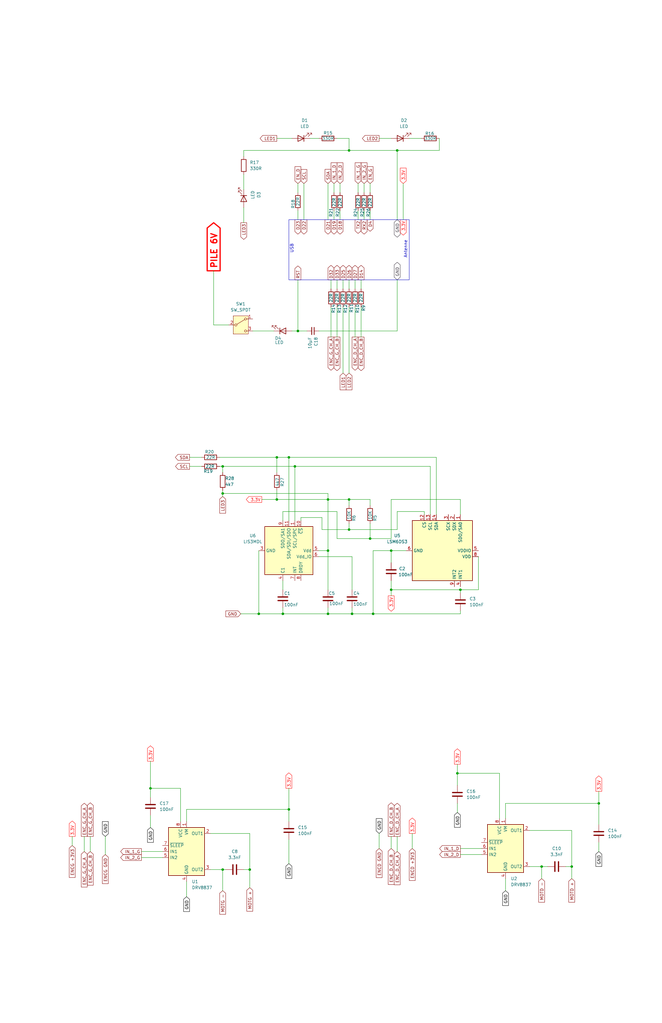
<source format=kicad_sch>
(kicad_sch
	(version 20231120)
	(generator "eeschema")
	(generator_version "8.0")
	(uuid "e1690be3-2d82-4043-b1f8-150ce3750736")
	(paper "B" portrait)
	(lib_symbols
		(symbol "Device:C"
			(pin_numbers hide)
			(pin_names
				(offset 0.254)
			)
			(exclude_from_sim no)
			(in_bom yes)
			(on_board yes)
			(property "Reference" "C"
				(at 0.635 2.54 0)
				(effects
					(font
						(size 1.27 1.27)
					)
					(justify left)
				)
			)
			(property "Value" "C"
				(at 0.635 -2.54 0)
				(effects
					(font
						(size 1.27 1.27)
					)
					(justify left)
				)
			)
			(property "Footprint" ""
				(at 0.9652 -3.81 0)
				(effects
					(font
						(size 1.27 1.27)
					)
					(hide yes)
				)
			)
			(property "Datasheet" "~"
				(at 0 0 0)
				(effects
					(font
						(size 1.27 1.27)
					)
					(hide yes)
				)
			)
			(property "Description" "Unpolarized capacitor"
				(at 0 0 0)
				(effects
					(font
						(size 1.27 1.27)
					)
					(hide yes)
				)
			)
			(property "ki_keywords" "cap capacitor"
				(at 0 0 0)
				(effects
					(font
						(size 1.27 1.27)
					)
					(hide yes)
				)
			)
			(property "ki_fp_filters" "C_*"
				(at 0 0 0)
				(effects
					(font
						(size 1.27 1.27)
					)
					(hide yes)
				)
			)
			(symbol "C_0_1"
				(polyline
					(pts
						(xy -2.032 -0.762) (xy 2.032 -0.762)
					)
					(stroke
						(width 0.508)
						(type default)
					)
					(fill
						(type none)
					)
				)
				(polyline
					(pts
						(xy -2.032 0.762) (xy 2.032 0.762)
					)
					(stroke
						(width 0.508)
						(type default)
					)
					(fill
						(type none)
					)
				)
			)
			(symbol "C_1_1"
				(pin passive line
					(at 0 3.81 270)
					(length 2.794)
					(name "~"
						(effects
							(font
								(size 1.27 1.27)
							)
						)
					)
					(number "1"
						(effects
							(font
								(size 1.27 1.27)
							)
						)
					)
				)
				(pin passive line
					(at 0 -3.81 90)
					(length 2.794)
					(name "~"
						(effects
							(font
								(size 1.27 1.27)
							)
						)
					)
					(number "2"
						(effects
							(font
								(size 1.27 1.27)
							)
						)
					)
				)
			)
		)
		(symbol "Device:C_Small"
			(pin_numbers hide)
			(pin_names
				(offset 0.254) hide)
			(exclude_from_sim no)
			(in_bom yes)
			(on_board yes)
			(property "Reference" "C"
				(at 0.254 1.778 0)
				(effects
					(font
						(size 1.27 1.27)
					)
					(justify left)
				)
			)
			(property "Value" "C_Small"
				(at 0.254 -2.032 0)
				(effects
					(font
						(size 1.27 1.27)
					)
					(justify left)
				)
			)
			(property "Footprint" ""
				(at 0 0 0)
				(effects
					(font
						(size 1.27 1.27)
					)
					(hide yes)
				)
			)
			(property "Datasheet" "~"
				(at 0 0 0)
				(effects
					(font
						(size 1.27 1.27)
					)
					(hide yes)
				)
			)
			(property "Description" "Unpolarized capacitor, small symbol"
				(at 0 0 0)
				(effects
					(font
						(size 1.27 1.27)
					)
					(hide yes)
				)
			)
			(property "ki_keywords" "capacitor cap"
				(at 0 0 0)
				(effects
					(font
						(size 1.27 1.27)
					)
					(hide yes)
				)
			)
			(property "ki_fp_filters" "C_*"
				(at 0 0 0)
				(effects
					(font
						(size 1.27 1.27)
					)
					(hide yes)
				)
			)
			(symbol "C_Small_0_1"
				(polyline
					(pts
						(xy -1.524 -0.508) (xy 1.524 -0.508)
					)
					(stroke
						(width 0.3302)
						(type default)
					)
					(fill
						(type none)
					)
				)
				(polyline
					(pts
						(xy -1.524 0.508) (xy 1.524 0.508)
					)
					(stroke
						(width 0.3048)
						(type default)
					)
					(fill
						(type none)
					)
				)
			)
			(symbol "C_Small_1_1"
				(pin passive line
					(at 0 2.54 270)
					(length 2.032)
					(name "~"
						(effects
							(font
								(size 1.27 1.27)
							)
						)
					)
					(number "1"
						(effects
							(font
								(size 1.27 1.27)
							)
						)
					)
				)
				(pin passive line
					(at 0 -2.54 90)
					(length 2.032)
					(name "~"
						(effects
							(font
								(size 1.27 1.27)
							)
						)
					)
					(number "2"
						(effects
							(font
								(size 1.27 1.27)
							)
						)
					)
				)
			)
		)
		(symbol "Device:LED"
			(pin_numbers hide)
			(pin_names
				(offset 1.016) hide)
			(exclude_from_sim no)
			(in_bom yes)
			(on_board yes)
			(property "Reference" "D"
				(at 0 2.54 0)
				(effects
					(font
						(size 1.27 1.27)
					)
				)
			)
			(property "Value" "LED"
				(at 0 -2.54 0)
				(effects
					(font
						(size 1.27 1.27)
					)
				)
			)
			(property "Footprint" ""
				(at 0 0 0)
				(effects
					(font
						(size 1.27 1.27)
					)
					(hide yes)
				)
			)
			(property "Datasheet" "~"
				(at 0 0 0)
				(effects
					(font
						(size 1.27 1.27)
					)
					(hide yes)
				)
			)
			(property "Description" "Light emitting diode"
				(at 0 0 0)
				(effects
					(font
						(size 1.27 1.27)
					)
					(hide yes)
				)
			)
			(property "ki_keywords" "LED diode"
				(at 0 0 0)
				(effects
					(font
						(size 1.27 1.27)
					)
					(hide yes)
				)
			)
			(property "ki_fp_filters" "LED* LED_SMD:* LED_THT:*"
				(at 0 0 0)
				(effects
					(font
						(size 1.27 1.27)
					)
					(hide yes)
				)
			)
			(symbol "LED_0_1"
				(polyline
					(pts
						(xy -1.27 -1.27) (xy -1.27 1.27)
					)
					(stroke
						(width 0.254)
						(type default)
					)
					(fill
						(type none)
					)
				)
				(polyline
					(pts
						(xy -1.27 0) (xy 1.27 0)
					)
					(stroke
						(width 0)
						(type default)
					)
					(fill
						(type none)
					)
				)
				(polyline
					(pts
						(xy 1.27 -1.27) (xy 1.27 1.27) (xy -1.27 0) (xy 1.27 -1.27)
					)
					(stroke
						(width 0.254)
						(type default)
					)
					(fill
						(type none)
					)
				)
				(polyline
					(pts
						(xy -3.048 -0.762) (xy -4.572 -2.286) (xy -3.81 -2.286) (xy -4.572 -2.286) (xy -4.572 -1.524)
					)
					(stroke
						(width 0)
						(type default)
					)
					(fill
						(type none)
					)
				)
				(polyline
					(pts
						(xy -1.778 -0.762) (xy -3.302 -2.286) (xy -2.54 -2.286) (xy -3.302 -2.286) (xy -3.302 -1.524)
					)
					(stroke
						(width 0)
						(type default)
					)
					(fill
						(type none)
					)
				)
			)
			(symbol "LED_1_1"
				(pin passive line
					(at -3.81 0 0)
					(length 2.54)
					(name "K"
						(effects
							(font
								(size 1.27 1.27)
							)
						)
					)
					(number "1"
						(effects
							(font
								(size 1.27 1.27)
							)
						)
					)
				)
				(pin passive line
					(at 3.81 0 180)
					(length 2.54)
					(name "A"
						(effects
							(font
								(size 1.27 1.27)
							)
						)
					)
					(number "2"
						(effects
							(font
								(size 1.27 1.27)
							)
						)
					)
				)
			)
		)
		(symbol "Device:R"
			(pin_numbers hide)
			(pin_names
				(offset 0)
			)
			(exclude_from_sim no)
			(in_bom yes)
			(on_board yes)
			(property "Reference" "R"
				(at 2.032 0 90)
				(effects
					(font
						(size 1.27 1.27)
					)
				)
			)
			(property "Value" "R"
				(at 0 0 90)
				(effects
					(font
						(size 1.27 1.27)
					)
				)
			)
			(property "Footprint" ""
				(at -1.778 0 90)
				(effects
					(font
						(size 1.27 1.27)
					)
					(hide yes)
				)
			)
			(property "Datasheet" "~"
				(at 0 0 0)
				(effects
					(font
						(size 1.27 1.27)
					)
					(hide yes)
				)
			)
			(property "Description" "Resistor"
				(at 0 0 0)
				(effects
					(font
						(size 1.27 1.27)
					)
					(hide yes)
				)
			)
			(property "ki_keywords" "R res resistor"
				(at 0 0 0)
				(effects
					(font
						(size 1.27 1.27)
					)
					(hide yes)
				)
			)
			(property "ki_fp_filters" "R_*"
				(at 0 0 0)
				(effects
					(font
						(size 1.27 1.27)
					)
					(hide yes)
				)
			)
			(symbol "R_0_1"
				(rectangle
					(start -1.016 -2.54)
					(end 1.016 2.54)
					(stroke
						(width 0.254)
						(type default)
					)
					(fill
						(type none)
					)
				)
			)
			(symbol "R_1_1"
				(pin passive line
					(at 0 3.81 270)
					(length 1.27)
					(name "~"
						(effects
							(font
								(size 1.27 1.27)
							)
						)
					)
					(number "1"
						(effects
							(font
								(size 1.27 1.27)
							)
						)
					)
				)
				(pin passive line
					(at 0 -3.81 90)
					(length 1.27)
					(name "~"
						(effects
							(font
								(size 1.27 1.27)
							)
						)
					)
					(number "2"
						(effects
							(font
								(size 1.27 1.27)
							)
						)
					)
				)
			)
		)
		(symbol "Driver_Motor:DRV8837"
			(exclude_from_sim no)
			(in_bom yes)
			(on_board yes)
			(property "Reference" "U"
				(at 6.35 11.43 0)
				(effects
					(font
						(size 1.27 1.27)
					)
				)
			)
			(property "Value" "DRV8837"
				(at -10.16 11.43 0)
				(effects
					(font
						(size 1.27 1.27)
					)
				)
			)
			(property "Footprint" "Package_SON:WSON-8-1EP_2x2mm_P0.5mm_EP0.9x1.6mm"
				(at 0 -21.59 0)
				(effects
					(font
						(size 1.27 1.27)
					)
					(hide yes)
				)
			)
			(property "Datasheet" "http://www.ti.com/lit/ds/symlink/drv8837.pdf"
				(at 0 0 0)
				(effects
					(font
						(size 1.27 1.27)
					)
					(hide yes)
				)
			)
			(property "Description" "H-Bridge driver, 1.8A, Low Voltage, PWM input, WSON-8"
				(at 0 0 0)
				(effects
					(font
						(size 1.27 1.27)
					)
					(hide yes)
				)
			)
			(property "ki_keywords" "half bridge driver"
				(at 0 0 0)
				(effects
					(font
						(size 1.27 1.27)
					)
					(hide yes)
				)
			)
			(property "ki_fp_filters" "WSON*1EP*2x2mm*P0.5mm*"
				(at 0 0 0)
				(effects
					(font
						(size 1.27 1.27)
					)
					(hide yes)
				)
			)
			(symbol "DRV8837_0_1"
				(rectangle
					(start -7.62 10.16)
					(end 7.62 -10.16)
					(stroke
						(width 0.254)
						(type default)
					)
					(fill
						(type background)
					)
				)
			)
			(symbol "DRV8837_1_1"
				(pin power_in line
					(at 0 12.7 270)
					(length 2.54)
					(name "VM"
						(effects
							(font
								(size 1.27 1.27)
							)
						)
					)
					(number "1"
						(effects
							(font
								(size 1.27 1.27)
							)
						)
					)
				)
				(pin output line
					(at 10.16 7.62 180)
					(length 2.54)
					(name "OUT1"
						(effects
							(font
								(size 1.27 1.27)
							)
						)
					)
					(number "2"
						(effects
							(font
								(size 1.27 1.27)
							)
						)
					)
				)
				(pin output line
					(at 10.16 -7.62 180)
					(length 2.54)
					(name "OUT2"
						(effects
							(font
								(size 1.27 1.27)
							)
						)
					)
					(number "3"
						(effects
							(font
								(size 1.27 1.27)
							)
						)
					)
				)
				(pin power_in line
					(at 0 -12.7 90)
					(length 2.54)
					(name "GND"
						(effects
							(font
								(size 1.27 1.27)
							)
						)
					)
					(number "4"
						(effects
							(font
								(size 1.27 1.27)
							)
						)
					)
				)
				(pin input line
					(at -10.16 -2.54 0)
					(length 2.54)
					(name "IN2"
						(effects
							(font
								(size 1.27 1.27)
							)
						)
					)
					(number "5"
						(effects
							(font
								(size 1.27 1.27)
							)
						)
					)
				)
				(pin input line
					(at -10.16 0 0)
					(length 2.54)
					(name "IN1"
						(effects
							(font
								(size 1.27 1.27)
							)
						)
					)
					(number "6"
						(effects
							(font
								(size 1.27 1.27)
							)
						)
					)
				)
				(pin input line
					(at -10.16 2.54 0)
					(length 2.54)
					(name "~{SLEEP}"
						(effects
							(font
								(size 1.27 1.27)
							)
						)
					)
					(number "7"
						(effects
							(font
								(size 1.27 1.27)
							)
						)
					)
				)
				(pin power_in line
					(at -2.54 12.7 270)
					(length 2.54)
					(name "VCC"
						(effects
							(font
								(size 1.27 1.27)
							)
						)
					)
					(number "8"
						(effects
							(font
								(size 1.27 1.27)
							)
						)
					)
				)
				(pin passive line
					(at 0 -12.7 90)
					(length 2.54) hide
					(name "GND"
						(effects
							(font
								(size 1.27 1.27)
							)
						)
					)
					(number "9"
						(effects
							(font
								(size 1.27 1.27)
							)
						)
					)
				)
			)
		)
		(symbol "Sensor_Magnetic:LIS3MDL"
			(exclude_from_sim no)
			(in_bom yes)
			(on_board yes)
			(property "Reference" "U"
				(at -8.89 11.43 0)
				(effects
					(font
						(size 1.27 1.27)
					)
				)
			)
			(property "Value" "LIS3MDL"
				(at 7.62 11.43 0)
				(effects
					(font
						(size 1.27 1.27)
					)
				)
			)
			(property "Footprint" "Package_LGA:LGA-12_2x2mm_P0.5mm"
				(at 30.48 -7.62 0)
				(effects
					(font
						(size 1.27 1.27)
					)
					(hide yes)
				)
			)
			(property "Datasheet" "https://www.st.com/resource/en/datasheet/lis3mdl.pdf"
				(at 38.1 -10.16 0)
				(effects
					(font
						(size 1.27 1.27)
					)
					(hide yes)
				)
			)
			(property "Description" "Ultra-low-power, 3-axis digital output magnetometer, LGA-12"
				(at 0 0 0)
				(effects
					(font
						(size 1.27 1.27)
					)
					(hide yes)
				)
			)
			(property "ki_keywords" "digital magnetometer"
				(at 0 0 0)
				(effects
					(font
						(size 1.27 1.27)
					)
					(hide yes)
				)
			)
			(property "ki_fp_filters" "LGA*2x2mm*P0.5mm*"
				(at 0 0 0)
				(effects
					(font
						(size 1.27 1.27)
					)
					(hide yes)
				)
			)
			(symbol "LIS3MDL_0_1"
				(rectangle
					(start -10.16 10.16)
					(end 10.16 -10.16)
					(stroke
						(width 0.254)
						(type default)
					)
					(fill
						(type background)
					)
				)
			)
			(symbol "LIS3MDL_1_1"
				(pin input line
					(at -12.7 2.54 0)
					(length 2.54)
					(name "SCL/SPC"
						(effects
							(font
								(size 1.27 1.27)
							)
						)
					)
					(number "1"
						(effects
							(font
								(size 1.27 1.27)
							)
						)
					)
				)
				(pin input line
					(at -12.7 5.08 0)
					(length 2.54)
					(name "~{CS}"
						(effects
							(font
								(size 1.27 1.27)
							)
						)
					)
					(number "10"
						(effects
							(font
								(size 1.27 1.27)
							)
						)
					)
				)
				(pin bidirectional line
					(at -12.7 0 0)
					(length 2.54)
					(name "SDA/SDI/SDO"
						(effects
							(font
								(size 1.27 1.27)
							)
						)
					)
					(number "11"
						(effects
							(font
								(size 1.27 1.27)
							)
						)
					)
				)
				(pin passive line
					(at 0 -12.7 90)
					(length 2.54) hide
					(name "GND"
						(effects
							(font
								(size 1.27 1.27)
							)
						)
					)
					(number "12"
						(effects
							(font
								(size 1.27 1.27)
							)
						)
					)
				)
				(pin passive line
					(at 0 -12.7 90)
					(length 2.54) hide
					(name "GND"
						(effects
							(font
								(size 1.27 1.27)
							)
						)
					)
					(number "2"
						(effects
							(font
								(size 1.27 1.27)
							)
						)
					)
				)
				(pin power_in line
					(at 0 -12.7 90)
					(length 2.54)
					(name "GND"
						(effects
							(font
								(size 1.27 1.27)
							)
						)
					)
					(number "3"
						(effects
							(font
								(size 1.27 1.27)
							)
						)
					)
				)
				(pin power_out line
					(at 12.7 -2.54 180)
					(length 2.54)
					(name "C1"
						(effects
							(font
								(size 1.27 1.27)
							)
						)
					)
					(number "4"
						(effects
							(font
								(size 1.27 1.27)
							)
						)
					)
				)
				(pin power_in line
					(at 0 12.7 270)
					(length 2.54)
					(name "Vdd"
						(effects
							(font
								(size 1.27 1.27)
							)
						)
					)
					(number "5"
						(effects
							(font
								(size 1.27 1.27)
							)
						)
					)
				)
				(pin power_in line
					(at 2.54 12.7 270)
					(length 2.54)
					(name "Vdd_IO"
						(effects
							(font
								(size 1.27 1.27)
							)
						)
					)
					(number "6"
						(effects
							(font
								(size 1.27 1.27)
							)
						)
					)
				)
				(pin output line
					(at 12.7 2.54 180)
					(length 2.54)
					(name "INT"
						(effects
							(font
								(size 1.27 1.27)
							)
						)
					)
					(number "7"
						(effects
							(font
								(size 1.27 1.27)
							)
						)
					)
				)
				(pin output line
					(at 12.7 5.08 180)
					(length 2.54)
					(name "DRDY"
						(effects
							(font
								(size 1.27 1.27)
							)
						)
					)
					(number "8"
						(effects
							(font
								(size 1.27 1.27)
							)
						)
					)
				)
				(pin bidirectional line
					(at -12.7 -2.54 0)
					(length 2.54)
					(name "SDO/SA1"
						(effects
							(font
								(size 1.27 1.27)
							)
						)
					)
					(number "9"
						(effects
							(font
								(size 1.27 1.27)
							)
						)
					)
				)
			)
		)
		(symbol "Sensor_Motion:LSM6DS3"
			(exclude_from_sim no)
			(in_bom yes)
			(on_board yes)
			(property "Reference" "U"
				(at -11.43 15.24 0)
				(effects
					(font
						(size 1.27 1.27)
					)
					(justify left)
				)
			)
			(property "Value" "LSM6DS3"
				(at -11.43 12.7 0)
				(effects
					(font
						(size 1.27 1.27)
					)
					(justify left bottom)
				)
			)
			(property "Footprint" "Package_LGA:LGA-14_3x2.5mm_P0.5mm_LayoutBorder3x4y"
				(at -10.16 -17.78 0)
				(effects
					(font
						(size 1.27 1.27)
					)
					(justify left)
					(hide yes)
				)
			)
			(property "Datasheet" "https://www.st.com/resource/en/datasheet/lsm6ds3tr-c.pdf"
				(at 2.54 -16.51 0)
				(effects
					(font
						(size 1.27 1.27)
					)
					(hide yes)
				)
			)
			(property "Description" "I2C/SPI, iNEMO inertial module: always-on 3D accelerometer and 3D gyroscope"
				(at 0 0 0)
				(effects
					(font
						(size 1.27 1.27)
					)
					(hide yes)
				)
			)
			(property "ki_keywords" "Accelerometer Gyroscope MEMS"
				(at 0 0 0)
				(effects
					(font
						(size 1.27 1.27)
					)
					(hide yes)
				)
			)
			(property "ki_fp_filters" "LGA*3x2.5mm*P0.5mm*LayoutBorder3x4y*"
				(at 0 0 0)
				(effects
					(font
						(size 1.27 1.27)
					)
					(hide yes)
				)
			)
			(symbol "LSM6DS3_0_1"
				(rectangle
					(start -12.7 12.7)
					(end 12.7 -12.7)
					(stroke
						(width 0.254)
						(type default)
					)
					(fill
						(type background)
					)
				)
			)
			(symbol "LSM6DS3_1_1"
				(pin bidirectional line
					(at -15.24 7.62 0)
					(length 2.54)
					(name "SDO/SA0"
						(effects
							(font
								(size 1.27 1.27)
							)
						)
					)
					(number "1"
						(effects
							(font
								(size 1.27 1.27)
							)
						)
					)
				)
				(pin no_connect line
					(at 12.7 -5.08 180)
					(length 3.81) hide
					(name "NC"
						(effects
							(font
								(size 1.27 1.27)
							)
						)
					)
					(number "10"
						(effects
							(font
								(size 1.27 1.27)
							)
						)
					)
				)
				(pin no_connect line
					(at 12.7 -2.54 180)
					(length 3.81) hide
					(name "NC"
						(effects
							(font
								(size 1.27 1.27)
							)
						)
					)
					(number "11"
						(effects
							(font
								(size 1.27 1.27)
							)
						)
					)
				)
				(pin input line
					(at -15.24 -7.62 0)
					(length 2.54)
					(name "CS"
						(effects
							(font
								(size 1.27 1.27)
							)
						)
					)
					(number "12"
						(effects
							(font
								(size 1.27 1.27)
							)
						)
					)
				)
				(pin input line
					(at -15.24 -5.08 0)
					(length 2.54)
					(name "SCL"
						(effects
							(font
								(size 1.27 1.27)
							)
						)
					)
					(number "13"
						(effects
							(font
								(size 1.27 1.27)
							)
						)
					)
				)
				(pin bidirectional line
					(at -15.24 -2.54 0)
					(length 2.54)
					(name "SDA"
						(effects
							(font
								(size 1.27 1.27)
							)
						)
					)
					(number "14"
						(effects
							(font
								(size 1.27 1.27)
							)
						)
					)
				)
				(pin bidirectional line
					(at -15.24 5.08 0)
					(length 2.54)
					(name "SDX"
						(effects
							(font
								(size 1.27 1.27)
							)
						)
					)
					(number "2"
						(effects
							(font
								(size 1.27 1.27)
							)
						)
					)
				)
				(pin input line
					(at -15.24 2.54 0)
					(length 2.54)
					(name "SCX"
						(effects
							(font
								(size 1.27 1.27)
							)
						)
					)
					(number "3"
						(effects
							(font
								(size 1.27 1.27)
							)
						)
					)
				)
				(pin output line
					(at 15.24 7.62 180)
					(length 2.54)
					(name "INT1"
						(effects
							(font
								(size 1.27 1.27)
							)
						)
					)
					(number "4"
						(effects
							(font
								(size 1.27 1.27)
							)
						)
					)
				)
				(pin power_in line
					(at 0 15.24 270)
					(length 2.54)
					(name "VDDIO"
						(effects
							(font
								(size 1.27 1.27)
							)
						)
					)
					(number "5"
						(effects
							(font
								(size 1.27 1.27)
							)
						)
					)
				)
				(pin power_in line
					(at 0 -15.24 90)
					(length 2.54)
					(name "GND"
						(effects
							(font
								(size 1.27 1.27)
							)
						)
					)
					(number "6"
						(effects
							(font
								(size 1.27 1.27)
							)
						)
					)
				)
				(pin passive line
					(at 0 -15.24 90)
					(length 2.54) hide
					(name "GND"
						(effects
							(font
								(size 1.27 1.27)
							)
						)
					)
					(number "7"
						(effects
							(font
								(size 1.27 1.27)
							)
						)
					)
				)
				(pin power_in line
					(at 2.54 15.24 270)
					(length 2.54)
					(name "VDD"
						(effects
							(font
								(size 1.27 1.27)
							)
						)
					)
					(number "8"
						(effects
							(font
								(size 1.27 1.27)
							)
						)
					)
				)
				(pin output line
					(at 15.24 5.08 180)
					(length 2.54)
					(name "INT2"
						(effects
							(font
								(size 1.27 1.27)
							)
						)
					)
					(number "9"
						(effects
							(font
								(size 1.27 1.27)
							)
						)
					)
				)
			)
		)
		(symbol "Switch:SW_SPDT"
			(pin_names
				(offset 0) hide)
			(exclude_from_sim no)
			(in_bom yes)
			(on_board yes)
			(property "Reference" "SW"
				(at 0 5.08 0)
				(effects
					(font
						(size 1.27 1.27)
					)
				)
			)
			(property "Value" "SW_SPDT"
				(at 0 -5.08 0)
				(effects
					(font
						(size 1.27 1.27)
					)
				)
			)
			(property "Footprint" ""
				(at 0 0 0)
				(effects
					(font
						(size 1.27 1.27)
					)
					(hide yes)
				)
			)
			(property "Datasheet" "~"
				(at 0 -7.62 0)
				(effects
					(font
						(size 1.27 1.27)
					)
					(hide yes)
				)
			)
			(property "Description" "Switch, single pole double throw"
				(at 0 0 0)
				(effects
					(font
						(size 1.27 1.27)
					)
					(hide yes)
				)
			)
			(property "ki_keywords" "switch single-pole double-throw spdt ON-ON"
				(at 0 0 0)
				(effects
					(font
						(size 1.27 1.27)
					)
					(hide yes)
				)
			)
			(symbol "SW_SPDT_0_1"
				(circle
					(center -2.032 0)
					(radius 0.4572)
					(stroke
						(width 0)
						(type default)
					)
					(fill
						(type none)
					)
				)
				(polyline
					(pts
						(xy -1.651 0.254) (xy 1.651 2.286)
					)
					(stroke
						(width 0)
						(type default)
					)
					(fill
						(type none)
					)
				)
				(circle
					(center 2.032 -2.54)
					(radius 0.4572)
					(stroke
						(width 0)
						(type default)
					)
					(fill
						(type none)
					)
				)
				(circle
					(center 2.032 2.54)
					(radius 0.4572)
					(stroke
						(width 0)
						(type default)
					)
					(fill
						(type none)
					)
				)
			)
			(symbol "SW_SPDT_1_1"
				(rectangle
					(start -3.175 3.81)
					(end 3.175 -3.81)
					(stroke
						(width 0)
						(type default)
					)
					(fill
						(type background)
					)
				)
				(pin passive line
					(at 5.08 2.54 180)
					(length 2.54)
					(name "A"
						(effects
							(font
								(size 1.27 1.27)
							)
						)
					)
					(number "1"
						(effects
							(font
								(size 1.27 1.27)
							)
						)
					)
				)
				(pin passive line
					(at -5.08 0 0)
					(length 2.54)
					(name "B"
						(effects
							(font
								(size 1.27 1.27)
							)
						)
					)
					(number "2"
						(effects
							(font
								(size 1.27 1.27)
							)
						)
					)
				)
				(pin passive line
					(at 5.08 -2.54 180)
					(length 2.54)
					(name "C"
						(effects
							(font
								(size 1.27 1.27)
							)
						)
					)
					(number "3"
						(effects
							(font
								(size 1.27 1.27)
							)
						)
					)
				)
			)
		)
	)
	(junction
		(at 147.32 223.52)
		(diameter 0)
		(color 0 0 0 0)
		(uuid "085747eb-8a03-4cc1-9d20-5ec16bd29561")
	)
	(junction
		(at 138.43 210.82)
		(diameter 0)
		(color 0 0 0 0)
		(uuid "10612c2a-fdaf-468b-afe0-32971f8b8467")
	)
	(junction
		(at 93.98 208.28)
		(diameter 0)
		(color 0 0 0 0)
		(uuid "155efdc5-e326-469c-8fdc-45a9b5fa457e")
	)
	(junction
		(at 138.43 259.08)
		(diameter 0)
		(color 0 0 0 0)
		(uuid "15d461e7-7bd3-4777-9eca-44ee27020729")
	)
	(junction
		(at 165.1 232.41)
		(diameter 0)
		(color 0 0 0 0)
		(uuid "16538dbd-6a78-4305-b38e-66e1fbfc1f24")
	)
	(junction
		(at 93.98 367.03)
		(diameter 0)
		(color 0 0 0 0)
		(uuid "2910499c-b2aa-4916-9468-aba7b3144863")
	)
	(junction
		(at 138.43 232.41)
		(diameter 0)
		(color 0 0 0 0)
		(uuid "2986c5d7-7c2a-4a37-9b14-bbdfab5c911e")
	)
	(junction
		(at 119.38 259.08)
		(diameter 0)
		(color 0 0 0 0)
		(uuid "2c16ce5d-9028-44db-9ea0-1b05fad0a5c5")
	)
	(junction
		(at 156.21 227.33)
		(diameter 0)
		(color 0 0 0 0)
		(uuid "2d08efcf-c1f7-4472-8ef9-8c381269a6da")
	)
	(junction
		(at 116.84 210.82)
		(diameter 0)
		(color 0 0 0 0)
		(uuid "2e508068-b3d3-4eb6-8ccb-aa20e23f039c")
	)
	(junction
		(at 124.46 196.85)
		(diameter 0)
		(color 0 0 0 0)
		(uuid "357cc011-1e2a-43ba-a373-710614676d74")
	)
	(junction
		(at 121.92 193.04)
		(diameter 0)
		(color 0 0 0 0)
		(uuid "387ec9e8-76c3-43b9-8bbe-fbaf159a2e98")
	)
	(junction
		(at 194.31 248.92)
		(diameter 0)
		(color 0 0 0 0)
		(uuid "3dfe067b-3745-4f69-bf8b-d48d39605a60")
	)
	(junction
		(at 167.64 63.5)
		(diameter 0)
		(color 0 0 0 0)
		(uuid "433710f3-27be-4f81-a753-4f9c32b69828")
	)
	(junction
		(at 157.48 259.08)
		(diameter 0)
		(color 0 0 0 0)
		(uuid "4f4dcb74-7a49-4ceb-964e-b68c19be797e")
	)
	(junction
		(at 109.22 259.08)
		(diameter 0)
		(color 0 0 0 0)
		(uuid "5a27fb51-a115-4829-ac8e-cdea711935da")
	)
	(junction
		(at 116.84 193.04)
		(diameter 0)
		(color 0 0 0 0)
		(uuid "8c42125e-4747-4636-a275-1abdf1a5e623")
	)
	(junction
		(at 241.3 365.76)
		(diameter 0)
		(color 0 0 0 0)
		(uuid "9bab7964-947a-49a0-b146-b6e8e8d22094")
	)
	(junction
		(at 147.32 210.82)
		(diameter 0)
		(color 0 0 0 0)
		(uuid "9c6ca6a5-561a-444c-922b-0d3b6e9b4009")
	)
	(junction
		(at 147.32 63.5)
		(diameter 0)
		(color 0 0 0 0)
		(uuid "a3e0bba1-91b3-4b1d-8c2d-4295aca22606")
	)
	(junction
		(at 148.59 259.08)
		(diameter 0)
		(color 0 0 0 0)
		(uuid "a57c03a4-ed85-4cc5-8d3f-af84aabd33af")
	)
	(junction
		(at 63.5 332.74)
		(diameter 0)
		(color 0 0 0 0)
		(uuid "ab26f74a-7666-49e5-a24f-03e6e9a5c242")
	)
	(junction
		(at 125.73 139.7)
		(diameter 0)
		(color 0 0 0 0)
		(uuid "b17dbd1b-1ed6-42b0-bee8-bc10d9c2c748")
	)
	(junction
		(at 165.1 248.92)
		(diameter 0)
		(color 0 0 0 0)
		(uuid "b1ff229d-af4a-4add-b68b-3c4c2522674f")
	)
	(junction
		(at 193.04 326.39)
		(diameter 0)
		(color 0 0 0 0)
		(uuid "d0fd34c4-0a96-4e05-ae23-432d2aab7102")
	)
	(junction
		(at 93.98 196.85)
		(diameter 0)
		(color 0 0 0 0)
		(uuid "dbb9871d-0285-47e8-b167-51ca678e0a67")
	)
	(junction
		(at 228.6 365.76)
		(diameter 0)
		(color 0 0 0 0)
		(uuid "ddf6ea3e-5412-4972-addf-6164e94de450")
	)
	(junction
		(at 105.41 367.03)
		(diameter 0)
		(color 0 0 0 0)
		(uuid "e0b0e1fa-c12e-4011-b935-7914ebb76431")
	)
	(junction
		(at 252.73 339.09)
		(diameter 0)
		(color 0 0 0 0)
		(uuid "ece5ff23-65f3-4022-9b71-89175843be50")
	)
	(junction
		(at 121.92 341.63)
		(diameter 0)
		(color 0 0 0 0)
		(uuid "f52cd745-3ca1-4319-b397-bdfce7a96385")
	)
	(wire
		(pts
			(xy 139.7 118.11) (xy 139.7 121.92)
		)
		(stroke
			(width 0)
			(type default)
		)
		(uuid "00170dc4-39b0-483c-b47c-e7fabeba2d54")
	)
	(wire
		(pts
			(xy 156.21 210.82) (xy 147.32 210.82)
		)
		(stroke
			(width 0)
			(type default)
		)
		(uuid "021a16f8-c125-42c6-89f4-b10f00214804")
	)
	(wire
		(pts
			(xy 173.99 351.79) (xy 173.99 358.14)
		)
		(stroke
			(width 0)
			(type default)
		)
		(uuid "0504d445-346f-4797-a52a-7e239f82b46a")
	)
	(wire
		(pts
			(xy 252.73 339.09) (xy 252.73 347.98)
		)
		(stroke
			(width 0)
			(type default)
		)
		(uuid "093eb8fe-8b02-484a-b222-957b29b7aa95")
	)
	(wire
		(pts
			(xy 157.48 259.08) (xy 148.59 259.08)
		)
		(stroke
			(width 0)
			(type default)
		)
		(uuid "0a81fc31-1a27-475e-ac15-21ba77baae4f")
	)
	(wire
		(pts
			(xy 142.24 215.9) (xy 142.24 227.33)
		)
		(stroke
			(width 0)
			(type default)
		)
		(uuid "0bf7c5e5-4816-4312-a308-0c7263dac300")
	)
	(wire
		(pts
			(xy 101.6 259.08) (xy 109.22 259.08)
		)
		(stroke
			(width 0)
			(type default)
		)
		(uuid "127e30b4-7e61-49fc-a096-c88e76782bac")
	)
	(wire
		(pts
			(xy 252.73 334.01) (xy 252.73 339.09)
		)
		(stroke
			(width 0)
			(type default)
		)
		(uuid "1340e2c5-8587-488f-adc2-3482e92df1bb")
	)
	(wire
		(pts
			(xy 165.1 245.11) (xy 165.1 248.92)
		)
		(stroke
			(width 0)
			(type default)
		)
		(uuid "153e930e-d12f-4072-bd85-0a781670fb75")
	)
	(wire
		(pts
			(xy 88.9 351.79) (xy 105.41 351.79)
		)
		(stroke
			(width 0)
			(type default)
		)
		(uuid "1b592c27-e31c-41a2-a5c1-5118996fc822")
	)
	(wire
		(pts
			(xy 185.42 63.5) (xy 167.64 63.5)
		)
		(stroke
			(width 0)
			(type default)
		)
		(uuid "1c1c64ac-3f76-4a65-91ed-4f7d84a7ded1")
	)
	(wire
		(pts
			(xy 144.78 129.54) (xy 144.78 157.48)
		)
		(stroke
			(width 0)
			(type default)
		)
		(uuid "1c9e28ae-2e26-4d58-b6b1-94e78980599f")
	)
	(wire
		(pts
			(xy 63.5 344.17) (xy 63.5 349.25)
		)
		(stroke
			(width 0)
			(type default)
		)
		(uuid "1d8c2452-919d-41b7-ad9e-590ed69da699")
	)
	(wire
		(pts
			(xy 128.27 77.47) (xy 128.27 92.71)
		)
		(stroke
			(width 0)
			(type default)
		)
		(uuid "1ed58738-560f-4a66-a581-aedc04057baf")
	)
	(wire
		(pts
			(xy 93.98 196.85) (xy 124.46 196.85)
		)
		(stroke
			(width 0)
			(type default)
		)
		(uuid "1f61e930-c73b-45b6-8301-f8404ea66ed6")
	)
	(wire
		(pts
			(xy 165.1 232.41) (xy 171.45 232.41)
		)
		(stroke
			(width 0)
			(type default)
		)
		(uuid "2393bf9a-4e6d-4491-b8a3-d96e5288aa80")
	)
	(wire
		(pts
			(xy 213.36 339.09) (xy 252.73 339.09)
		)
		(stroke
			(width 0)
			(type default)
		)
		(uuid "2571a45c-27a3-4635-9ada-d95c05a25d0d")
	)
	(wire
		(pts
			(xy 135.89 218.44) (xy 135.89 223.52)
		)
		(stroke
			(width 0)
			(type default)
		)
		(uuid "26e94877-6228-49ed-9169-f9979b188ee6")
	)
	(wire
		(pts
			(xy 153.67 81.28) (xy 153.67 77.47)
		)
		(stroke
			(width 0)
			(type default)
		)
		(uuid "2b4fada1-7689-4c7e-892a-dec68e705b4a")
	)
	(wire
		(pts
			(xy 184.15 217.17) (xy 184.15 193.04)
		)
		(stroke
			(width 0)
			(type default)
		)
		(uuid "2b5fdfa9-7853-4477-8772-f9db16debfe4")
	)
	(wire
		(pts
			(xy 116.84 199.39) (xy 116.84 193.04)
		)
		(stroke
			(width 0)
			(type default)
		)
		(uuid "2c6dbf0f-3ed7-41fc-b2b9-26dc43c9e071")
	)
	(wire
		(pts
			(xy 92.71 196.85) (xy 93.98 196.85)
		)
		(stroke
			(width 0)
			(type default)
		)
		(uuid "30bf1d86-9426-46fd-93f9-27cefefdec74")
	)
	(wire
		(pts
			(xy 119.38 248.92) (xy 119.38 245.11)
		)
		(stroke
			(width 0)
			(type default)
		)
		(uuid "320f2f14-243a-45bd-b5c1-a2cb9994e821")
	)
	(wire
		(pts
			(xy 252.73 355.6) (xy 252.73 359.41)
		)
		(stroke
			(width 0)
			(type default)
		)
		(uuid "3327ec9a-fa01-4295-bf8b-b1a6b2c6f330")
	)
	(wire
		(pts
			(xy 116.84 210.82) (xy 138.43 210.82)
		)
		(stroke
			(width 0)
			(type default)
		)
		(uuid "33317262-f2e2-4c86-b562-4f9e444335e7")
	)
	(wire
		(pts
			(xy 179.07 217.17) (xy 179.07 215.9)
		)
		(stroke
			(width 0)
			(type default)
		)
		(uuid "3420a4cb-dcea-4944-8e0c-cc0de7a4e65f")
	)
	(wire
		(pts
			(xy 139.7 129.54) (xy 139.7 142.24)
		)
		(stroke
			(width 0)
			(type default)
		)
		(uuid "344d7e74-64c4-4208-a5d2-9c77a23ce902")
	)
	(wire
		(pts
			(xy 78.74 372.11) (xy 78.74 378.46)
		)
		(stroke
			(width 0)
			(type default)
		)
		(uuid "3589d7ad-26b1-42d1-af21-cb1bc66934d3")
	)
	(wire
		(pts
			(xy 142.24 129.54) (xy 142.24 142.24)
		)
		(stroke
			(width 0)
			(type default)
		)
		(uuid "3686b3da-e423-4221-988c-badca576d956")
	)
	(wire
		(pts
			(xy 228.6 365.76) (xy 228.6 370.84)
		)
		(stroke
			(width 0)
			(type default)
		)
		(uuid "37b668a7-3250-4feb-a26d-3cb6cae11536")
	)
	(wire
		(pts
			(xy 119.38 219.71) (xy 119.38 215.9)
		)
		(stroke
			(width 0)
			(type default)
		)
		(uuid "3b6bfdd5-14c9-49ad-ad74-67f9961a8de5")
	)
	(wire
		(pts
			(xy 138.43 77.47) (xy 138.43 92.71)
		)
		(stroke
			(width 0)
			(type default)
		)
		(uuid "3c0c0fc2-9b98-4624-9845-89f6b53c9bb4")
	)
	(wire
		(pts
			(xy 110.49 210.82) (xy 116.84 210.82)
		)
		(stroke
			(width 0)
			(type default)
		)
		(uuid "3c743f0f-0b45-4ba6-9e9b-f937f9444de6")
	)
	(wire
		(pts
			(xy 90.17 137.16) (xy 96.52 137.16)
		)
		(stroke
			(width 0)
			(type default)
		)
		(uuid "3ccd324f-0a73-43c2-befd-14189d18cbfb")
	)
	(wire
		(pts
			(xy 160.02 351.79) (xy 160.02 358.14)
		)
		(stroke
			(width 0)
			(type default)
		)
		(uuid "3e5bc116-d134-4ee7-b9e3-5ff16d65cfe3")
	)
	(wire
		(pts
			(xy 170.18 77.47) (xy 170.18 92.71)
		)
		(stroke
			(width 0)
			(type default)
		)
		(uuid "3ff4fd63-faf6-4e76-985e-c27fe02e9fcd")
	)
	(wire
		(pts
			(xy 130.81 58.42) (xy 134.62 58.42)
		)
		(stroke
			(width 0)
			(type default)
		)
		(uuid "4183baad-28fe-4b38-b06f-b62a188bf9ca")
	)
	(wire
		(pts
			(xy 138.43 232.41) (xy 138.43 248.92)
		)
		(stroke
			(width 0)
			(type default)
		)
		(uuid "41f058dd-4464-4ac7-a777-506106b3152b")
	)
	(wire
		(pts
			(xy 76.2 332.74) (xy 63.5 332.74)
		)
		(stroke
			(width 0)
			(type default)
		)
		(uuid "42c1f0c3-955c-4fad-a57a-a8327e6f0b22")
	)
	(wire
		(pts
			(xy 116.84 193.04) (xy 121.92 193.04)
		)
		(stroke
			(width 0)
			(type default)
		)
		(uuid "43e5f9aa-d44f-4e7e-a35a-69bc87243bfc")
	)
	(wire
		(pts
			(xy 185.42 58.42) (xy 185.42 63.5)
		)
		(stroke
			(width 0)
			(type default)
		)
		(uuid "44b5f3ce-fd0c-4789-94b1-0877ef177081")
	)
	(wire
		(pts
			(xy 149.86 129.54) (xy 149.86 142.24)
		)
		(stroke
			(width 0)
			(type default)
		)
		(uuid "45de4db1-e831-40ab-829b-8567b53c94a9")
	)
	(wire
		(pts
			(xy 213.36 370.84) (xy 213.36 375.92)
		)
		(stroke
			(width 0)
			(type default)
		)
		(uuid "483fa617-0eb6-4c37-b714-7856e85268bd")
	)
	(wire
		(pts
			(xy 167.64 63.5) (xy 167.64 92.71)
		)
		(stroke
			(width 0)
			(type default)
		)
		(uuid "4ac2c916-7642-43b7-8f9f-a82b6c8842a0")
	)
	(wire
		(pts
			(xy 119.38 259.08) (xy 138.43 259.08)
		)
		(stroke
			(width 0)
			(type default)
		)
		(uuid "4bc3da11-9bce-4cab-896a-a2b13508ee09")
	)
	(wire
		(pts
			(xy 165.1 248.92) (xy 194.31 248.92)
		)
		(stroke
			(width 0)
			(type default)
		)
		(uuid "4bdcf3fd-cb74-47b5-9b01-98383c4ab05d")
	)
	(wire
		(pts
			(xy 194.31 210.82) (xy 165.1 210.82)
		)
		(stroke
			(width 0)
			(type default)
		)
		(uuid "4c664c7c-448d-4289-af4b-fe92fd4e9cc4")
	)
	(wire
		(pts
			(xy 152.4 118.11) (xy 152.4 121.92)
		)
		(stroke
			(width 0)
			(type default)
		)
		(uuid "4f661c16-7cb9-46c5-a08d-528e22812715")
	)
	(wire
		(pts
			(xy 194.31 358.14) (xy 203.2 358.14)
		)
		(stroke
			(width 0)
			(type default)
		)
		(uuid "5024379e-53c2-4ea6-a9e5-c521ba8228ac")
	)
	(wire
		(pts
			(xy 138.43 256.54) (xy 138.43 259.08)
		)
		(stroke
			(width 0)
			(type default)
		)
		(uuid "50f64871-b73b-4a6b-82eb-713094ba266c")
	)
	(wire
		(pts
			(xy 142.24 118.11) (xy 142.24 121.92)
		)
		(stroke
			(width 0)
			(type default)
		)
		(uuid "53c0d4b1-5104-46de-b88f-56311bfbdd91")
	)
	(wire
		(pts
			(xy 194.31 250.19) (xy 194.31 248.92)
		)
		(stroke
			(width 0)
			(type default)
		)
		(uuid "55b1331a-2c7a-4756-9b15-05715b702d47")
	)
	(wire
		(pts
			(xy 213.36 345.44) (xy 213.36 339.09)
		)
		(stroke
			(width 0)
			(type default)
		)
		(uuid "5a10661b-e8bd-4389-b282-f05e8a5d6c06")
	)
	(wire
		(pts
			(xy 167.64 139.7) (xy 167.64 118.11)
		)
		(stroke
			(width 0)
			(type default)
		)
		(uuid "5a1efb70-ae56-4bc8-b448-8ff63277acb7")
	)
	(wire
		(pts
			(xy 138.43 210.82) (xy 147.32 210.82)
		)
		(stroke
			(width 0)
			(type default)
		)
		(uuid "5a900876-ebd8-42ed-82f0-75a42ce97967")
	)
	(wire
		(pts
			(xy 193.04 322.58) (xy 193.04 326.39)
		)
		(stroke
			(width 0)
			(type default)
		)
		(uuid "5b00f8e6-71bd-42e8-bf66-8a97bdb357fe")
	)
	(wire
		(pts
			(xy 59.69 359.41) (xy 68.58 359.41)
		)
		(stroke
			(width 0)
			(type default)
		)
		(uuid "5b5fa2d4-1920-4660-9928-66ff921a4a5e")
	)
	(wire
		(pts
			(xy 223.52 350.52) (xy 241.3 350.52)
		)
		(stroke
			(width 0)
			(type default)
		)
		(uuid "5fb12f22-bde6-4008-ab42-980d28c00c55")
	)
	(wire
		(pts
			(xy 138.43 208.28) (xy 138.43 210.82)
		)
		(stroke
			(width 0)
			(type default)
		)
		(uuid "60f2c72c-b5a9-4a75-967c-0a2e10e5e798")
	)
	(wire
		(pts
			(xy 127 218.44) (xy 127 219.71)
		)
		(stroke
			(width 0)
			(type default)
		)
		(uuid "635c1280-5450-4191-b3d3-a96a0300fcb8")
	)
	(wire
		(pts
			(xy 102.87 73.66) (xy 102.87 80.01)
		)
		(stroke
			(width 0)
			(type default)
		)
		(uuid "647e3550-3736-4560-a54d-2b78b23cccd7")
	)
	(wire
		(pts
			(xy 30.48 353.06) (xy 30.48 356.87)
		)
		(stroke
			(width 0)
			(type default)
		)
		(uuid "64a05263-f854-4490-9f67-5416a193be33")
	)
	(wire
		(pts
			(xy 123.19 139.7) (xy 125.73 139.7)
		)
		(stroke
			(width 0)
			(type default)
		)
		(uuid "65778a88-cd5a-41f8-9bfa-f59111f89992")
	)
	(wire
		(pts
			(xy 105.41 367.03) (xy 105.41 374.65)
		)
		(stroke
			(width 0)
			(type default)
		)
		(uuid "663d4bfd-ddaf-420b-9de7-193d1352dee1")
	)
	(wire
		(pts
			(xy 148.59 259.08) (xy 138.43 259.08)
		)
		(stroke
			(width 0)
			(type default)
		)
		(uuid "67a286c5-47a3-4407-9754-a2198653829c")
	)
	(wire
		(pts
			(xy 125.73 139.7) (xy 129.54 139.7)
		)
		(stroke
			(width 0)
			(type default)
		)
		(uuid "69d70f84-5d90-45fc-83f3-c7a747ac3b0d")
	)
	(wire
		(pts
			(xy 127 218.44) (xy 135.89 218.44)
		)
		(stroke
			(width 0)
			(type default)
		)
		(uuid "6b34dbbc-801f-4566-b55e-776a0df923dc")
	)
	(wire
		(pts
			(xy 156.21 88.9) (xy 156.21 92.71)
		)
		(stroke
			(width 0)
			(type default)
		)
		(uuid "6d20dca5-9d33-4880-8213-4d52a467496a")
	)
	(wire
		(pts
			(xy 125.73 77.47) (xy 125.73 81.28)
		)
		(stroke
			(width 0)
			(type default)
		)
		(uuid "6f867373-f7ea-4890-8f96-ccce385316a8")
	)
	(wire
		(pts
			(xy 148.59 259.08) (xy 148.59 256.54)
		)
		(stroke
			(width 0)
			(type default)
		)
		(uuid "70122e12-4329-4403-82a3-bd1ce79eddc0")
	)
	(wire
		(pts
			(xy 147.32 210.82) (xy 147.32 213.36)
		)
		(stroke
			(width 0)
			(type default)
		)
		(uuid "704dc33a-8948-4b89-aef3-2001a3d461bc")
	)
	(wire
		(pts
			(xy 241.3 365.76) (xy 241.3 370.84)
		)
		(stroke
			(width 0)
			(type default)
		)
		(uuid "708b3e1b-b691-499c-bcfd-80df1ce240b7")
	)
	(wire
		(pts
			(xy 167.64 63.5) (xy 147.32 63.5)
		)
		(stroke
			(width 0)
			(type default)
		)
		(uuid "72648716-dd72-41a7-9e82-fde7247ee5a6")
	)
	(wire
		(pts
			(xy 153.67 88.9) (xy 153.67 92.71)
		)
		(stroke
			(width 0)
			(type default)
		)
		(uuid "72d7fbc6-0d0c-4028-bfdb-6bbc8fa848a6")
	)
	(wire
		(pts
			(xy 147.32 129.54) (xy 147.32 157.48)
		)
		(stroke
			(width 0)
			(type default)
		)
		(uuid "72e8f428-b69a-4b8b-889b-32f3424c40c7")
	)
	(wire
		(pts
			(xy 121.92 193.04) (xy 184.15 193.04)
		)
		(stroke
			(width 0)
			(type default)
		)
		(uuid "73a817e0-c4e7-4cfd-8f47-9943e3f032f7")
	)
	(wire
		(pts
			(xy 193.04 339.09) (xy 193.04 342.9)
		)
		(stroke
			(width 0)
			(type default)
		)
		(uuid "74d9d8e8-1d40-4055-a4f2-cd9ceff0b3d1")
	)
	(wire
		(pts
			(xy 119.38 259.08) (xy 119.38 256.54)
		)
		(stroke
			(width 0)
			(type default)
		)
		(uuid "76b9241d-6c50-49c7-9911-747ea18f562d")
	)
	(wire
		(pts
			(xy 165.1 227.33) (xy 156.21 227.33)
		)
		(stroke
			(width 0)
			(type default)
		)
		(uuid "78421495-2593-4e44-944a-583362790296")
	)
	(wire
		(pts
			(xy 165.1 237.49) (xy 165.1 232.41)
		)
		(stroke
			(width 0)
			(type default)
		)
		(uuid "79d31615-1f3a-433e-b497-59a9c9f453ae")
	)
	(wire
		(pts
			(xy 93.98 207.01) (xy 93.98 208.28)
		)
		(stroke
			(width 0)
			(type default)
		)
		(uuid "7d91e04d-2d97-4066-b393-c2aa84756097")
	)
	(wire
		(pts
			(xy 90.17 114.3) (xy 90.17 137.16)
		)
		(stroke
			(width 0)
			(type default)
		)
		(uuid "7ff4534a-4525-43e1-918c-28c04810f16b")
	)
	(wire
		(pts
			(xy 148.59 234.95) (xy 148.59 248.92)
		)
		(stroke
			(width 0)
			(type default)
		)
		(uuid "814c7236-73a4-4974-bf4a-f9a573ec0a90")
	)
	(wire
		(pts
			(xy 121.92 193.04) (xy 121.92 219.71)
		)
		(stroke
			(width 0)
			(type default)
		)
		(uuid "83df8b76-1691-410b-b1b3-633112648020")
	)
	(wire
		(pts
			(xy 140.97 88.9) (xy 140.97 92.71)
		)
		(stroke
			(width 0)
			(type default)
		)
		(uuid "8695d09f-4ee1-456e-a642-1e5f8f2be928")
	)
	(wire
		(pts
			(xy 152.4 129.54) (xy 152.4 142.24)
		)
		(stroke
			(width 0)
			(type default)
		)
		(uuid "874e4be2-9904-431a-a00b-8361c445e577")
	)
	(wire
		(pts
			(xy 165.1 210.82) (xy 165.1 227.33)
		)
		(stroke
			(width 0)
			(type default)
		)
		(uuid "8933c14f-f9c3-4510-8f07-b179f997e213")
	)
	(wire
		(pts
			(xy 193.04 326.39) (xy 193.04 331.47)
		)
		(stroke
			(width 0)
			(type default)
		)
		(uuid "89deba25-e8eb-4140-a1bc-3f6be31862e2")
	)
	(wire
		(pts
			(xy 194.31 360.68) (xy 203.2 360.68)
		)
		(stroke
			(width 0)
			(type default)
		)
		(uuid "8a304e51-5949-4e85-93c0-3b015df72e9a")
	)
	(wire
		(pts
			(xy 193.04 326.39) (xy 210.82 326.39)
		)
		(stroke
			(width 0)
			(type default)
		)
		(uuid "8ad216c7-5c90-4c9d-96e1-30e2bad6d1af")
	)
	(wire
		(pts
			(xy 63.5 321.31) (xy 63.5 332.74)
		)
		(stroke
			(width 0)
			(type default)
		)
		(uuid "8ce0b967-5507-43a6-ac56-e4f8f504d652")
	)
	(wire
		(pts
			(xy 109.22 259.08) (xy 119.38 259.08)
		)
		(stroke
			(width 0)
			(type default)
		)
		(uuid "8f3f7170-e326-4063-b59e-8bbf891072c6")
	)
	(wire
		(pts
			(xy 78.74 341.63) (xy 121.92 341.63)
		)
		(stroke
			(width 0)
			(type default)
		)
		(uuid "91104f63-7c6d-4f09-acaf-a3d93ae6265c")
	)
	(wire
		(pts
			(xy 135.89 223.52) (xy 147.32 223.52)
		)
		(stroke
			(width 0)
			(type default)
		)
		(uuid "915ac998-e2fa-4aec-b2af-20722145fea5")
	)
	(wire
		(pts
			(xy 109.22 232.41) (xy 109.22 259.08)
		)
		(stroke
			(width 0)
			(type default)
		)
		(uuid "9337d131-00bf-4139-986a-1a89abf86d75")
	)
	(wire
		(pts
			(xy 144.78 118.11) (xy 144.78 121.92)
		)
		(stroke
			(width 0)
			(type default)
		)
		(uuid "93e9bca8-0047-4132-bc27-f018de691b32")
	)
	(wire
		(pts
			(xy 147.32 223.52) (xy 147.32 220.98)
		)
		(stroke
			(width 0)
			(type default)
		)
		(uuid "96456e48-fb16-44fa-9496-4d76e5c8e54d")
	)
	(wire
		(pts
			(xy 241.3 350.52) (xy 241.3 365.76)
		)
		(stroke
			(width 0)
			(type default)
		)
		(uuid "970fb363-3b1e-4a25-9568-074610d8e9c8")
	)
	(wire
		(pts
			(xy 151.13 81.28) (xy 151.13 77.47)
		)
		(stroke
			(width 0)
			(type default)
		)
		(uuid "992302a2-6622-4e0e-830d-b1a2c93607f4")
	)
	(wire
		(pts
			(xy 167.64 215.9) (xy 167.64 223.52)
		)
		(stroke
			(width 0)
			(type default)
		)
		(uuid "9c442b45-2bc5-4d30-9001-77fcb7308e5b")
	)
	(wire
		(pts
			(xy 125.73 118.11) (xy 125.73 139.7)
		)
		(stroke
			(width 0)
			(type default)
		)
		(uuid "9c83c060-083c-401f-b988-7777f9d8faf8")
	)
	(wire
		(pts
			(xy 119.38 215.9) (xy 142.24 215.9)
		)
		(stroke
			(width 0)
			(type default)
		)
		(uuid "9f3715b4-379a-4ef6-ae88-2f8f09e28e6c")
	)
	(wire
		(pts
			(xy 121.92 341.63) (xy 121.92 346.71)
		)
		(stroke
			(width 0)
			(type default)
		)
		(uuid "9ff7da3b-be14-48f8-becf-c52a0beb3538")
	)
	(wire
		(pts
			(xy 93.98 208.28) (xy 93.98 209.55)
		)
		(stroke
			(width 0)
			(type default)
		)
		(uuid "a12d3e25-31c0-4008-beae-423138671c8a")
	)
	(wire
		(pts
			(xy 116.84 58.42) (xy 123.19 58.42)
		)
		(stroke
			(width 0)
			(type default)
		)
		(uuid "a1b365c3-ee1b-4a24-a42d-009c5f727308")
	)
	(wire
		(pts
			(xy 44.45 353.06) (xy 44.45 360.68)
		)
		(stroke
			(width 0)
			(type default)
		)
		(uuid "a1c0d4a5-9436-45d7-8b5a-85421ea6f59c")
	)
	(wire
		(pts
			(xy 35.56 353.06) (xy 35.56 359.41)
		)
		(stroke
			(width 0)
			(type default)
		)
		(uuid "aa5a9f07-1c3f-44ab-bfb3-46ba794512d4")
	)
	(wire
		(pts
			(xy 105.41 351.79) (xy 105.41 367.03)
		)
		(stroke
			(width 0)
			(type default)
		)
		(uuid "ab59f589-3afd-4bea-abab-c4421634dab9")
	)
	(wire
		(pts
			(xy 124.46 196.85) (xy 181.61 196.85)
		)
		(stroke
			(width 0)
			(type default)
		)
		(uuid "aef85be5-5d11-4966-bdeb-5a477f8ee1ae")
	)
	(wire
		(pts
			(xy 102.87 63.5) (xy 147.32 63.5)
		)
		(stroke
			(width 0)
			(type default)
		)
		(uuid "afb83d0d-e63f-4cc9-a3b1-887acd6f263d")
	)
	(wire
		(pts
			(xy 134.62 232.41) (xy 138.43 232.41)
		)
		(stroke
			(width 0)
			(type default)
		)
		(uuid "b108a1e1-18f2-4e91-9292-a245cff8e28b")
	)
	(wire
		(pts
			(xy 157.48 232.41) (xy 157.48 259.08)
		)
		(stroke
			(width 0)
			(type default)
		)
		(uuid "b2f70260-d43c-4799-8c5a-9f5a5397c35b")
	)
	(wire
		(pts
			(xy 160.02 58.42) (xy 165.1 58.42)
		)
		(stroke
			(width 0)
			(type default)
		)
		(uuid "b8056d4e-ba13-4cb0-9cdd-a4e77629468a")
	)
	(wire
		(pts
			(xy 194.31 217.17) (xy 194.31 210.82)
		)
		(stroke
			(width 0)
			(type default)
		)
		(uuid "b83590a8-4d81-44f4-9408-5fb297defbb3")
	)
	(wire
		(pts
			(xy 172.72 58.42) (xy 177.8 58.42)
		)
		(stroke
			(width 0)
			(type default)
		)
		(uuid "b8c1c46f-8e31-4ccf-bf62-fa474c3f8c71")
	)
	(wire
		(pts
			(xy 223.52 365.76) (xy 228.6 365.76)
		)
		(stroke
			(width 0)
			(type default)
		)
		(uuid "b8d49364-3279-4406-9e4e-9facb8e0dd78")
	)
	(wire
		(pts
			(xy 165.1 353.06) (xy 165.1 358.14)
		)
		(stroke
			(width 0)
			(type default)
		)
		(uuid "b91f6967-dd4e-4246-bc36-57f91c6f6aa6")
	)
	(wire
		(pts
			(xy 134.62 139.7) (xy 167.64 139.7)
		)
		(stroke
			(width 0)
			(type default)
		)
		(uuid "ba51281a-4ba6-4998-bf1c-36242874b7ee")
	)
	(wire
		(pts
			(xy 93.98 375.92) (xy 93.98 367.03)
		)
		(stroke
			(width 0)
			(type default)
		)
		(uuid "ba983da9-64cf-4d08-bcee-b2e9947f23db")
	)
	(wire
		(pts
			(xy 156.21 81.28) (xy 156.21 77.47)
		)
		(stroke
			(width 0)
			(type default)
		)
		(uuid "bfb3ed5e-c4f5-4d3e-b654-56cc18f16c2c")
	)
	(wire
		(pts
			(xy 106.68 139.7) (xy 115.57 139.7)
		)
		(stroke
			(width 0)
			(type default)
		)
		(uuid "c0953c34-c449-4eaa-a3f8-88e2c4814bf9")
	)
	(wire
		(pts
			(xy 134.62 234.95) (xy 148.59 234.95)
		)
		(stroke
			(width 0)
			(type default)
		)
		(uuid "c0c1a7e5-f5e7-4b76-a395-61c2f6a50f99")
	)
	(wire
		(pts
			(xy 121.92 354.33) (xy 121.92 364.49)
		)
		(stroke
			(width 0)
			(type default)
		)
		(uuid "c2691709-922f-47ed-a880-ee75f08fbfb9")
	)
	(wire
		(pts
			(xy 147.32 58.42) (xy 147.32 63.5)
		)
		(stroke
			(width 0)
			(type default)
		)
		(uuid "c26b3a24-9a09-4445-822e-ec677b12dfa1")
	)
	(wire
		(pts
			(xy 156.21 227.33) (xy 156.21 220.98)
		)
		(stroke
			(width 0)
			(type default)
		)
		(uuid "c290b3ae-1226-4456-a162-75b318995241")
	)
	(wire
		(pts
			(xy 93.98 367.03) (xy 88.9 367.03)
		)
		(stroke
			(width 0)
			(type default)
		)
		(uuid "c344f58f-109c-4ef8-a832-937f85992fb5")
	)
	(wire
		(pts
			(xy 140.97 81.28) (xy 140.97 77.47)
		)
		(stroke
			(width 0)
			(type default)
		)
		(uuid "c8e708da-c387-461d-8081-d4b2abbecaa0")
	)
	(wire
		(pts
			(xy 181.61 217.17) (xy 181.61 196.85)
		)
		(stroke
			(width 0)
			(type default)
		)
		(uuid "c9314bf8-52fb-4295-9cbb-a5ced48b4822")
	)
	(wire
		(pts
			(xy 102.87 93.98) (xy 102.87 87.63)
		)
		(stroke
			(width 0)
			(type default)
		)
		(uuid "c975a331-f28b-49be-9ac0-091a6fe7ef26")
	)
	(wire
		(pts
			(xy 167.64 223.52) (xy 147.32 223.52)
		)
		(stroke
			(width 0)
			(type default)
		)
		(uuid "c9dd4089-c566-43bc-8fc8-31b47c56e381")
	)
	(wire
		(pts
			(xy 102.87 367.03) (xy 105.41 367.03)
		)
		(stroke
			(width 0)
			(type default)
		)
		(uuid "cc552ada-4160-449f-946e-a81f6404425f")
	)
	(wire
		(pts
			(xy 228.6 365.76) (xy 231.14 365.76)
		)
		(stroke
			(width 0)
			(type default)
		)
		(uuid "cc872de0-d709-4871-85bf-5971e384cd19")
	)
	(wire
		(pts
			(xy 125.73 88.9) (xy 125.73 92.71)
		)
		(stroke
			(width 0)
			(type default)
		)
		(uuid "ce7f3fee-3e66-4a1d-86a8-f253ca7560ba")
	)
	(wire
		(pts
			(xy 143.51 88.9) (xy 143.51 92.71)
		)
		(stroke
			(width 0)
			(type default)
		)
		(uuid "cf6f6f9c-b946-444a-b33c-5c5b54009d33")
	)
	(wire
		(pts
			(xy 194.31 259.08) (xy 194.31 257.81)
		)
		(stroke
			(width 0)
			(type default)
		)
		(uuid "d261c385-afbb-4bbc-8614-37660a31c871")
	)
	(wire
		(pts
			(xy 124.46 196.85) (xy 124.46 219.71)
		)
		(stroke
			(width 0)
			(type default)
		)
		(uuid "d26d3b49-da81-42ae-a512-7f5301461b73")
	)
	(wire
		(pts
			(xy 59.69 361.95) (xy 68.58 361.95)
		)
		(stroke
			(width 0)
			(type default)
		)
		(uuid "d3016758-c0b3-4f2a-919f-206e6c27b839")
	)
	(wire
		(pts
			(xy 116.84 193.04) (xy 92.71 193.04)
		)
		(stroke
			(width 0)
			(type default)
		)
		(uuid "d5cbaad9-1a49-4af3-960e-b66ef6a5945c")
	)
	(wire
		(pts
			(xy 143.51 81.28) (xy 143.51 77.47)
		)
		(stroke
			(width 0)
			(type default)
		)
		(uuid "d6c59f1e-7517-4846-a774-4af27fa44eeb")
	)
	(wire
		(pts
			(xy 194.31 248.92) (xy 201.93 248.92)
		)
		(stroke
			(width 0)
			(type default)
		)
		(uuid "d6f74591-ffb0-4716-8b7c-57d9d95e067f")
	)
	(wire
		(pts
			(xy 80.01 196.85) (xy 85.09 196.85)
		)
		(stroke
			(width 0)
			(type default)
		)
		(uuid "d83b2989-a95f-42de-8eac-8312d01ffa0c")
	)
	(wire
		(pts
			(xy 102.87 66.04) (xy 102.87 63.5)
		)
		(stroke
			(width 0)
			(type default)
		)
		(uuid "e108ccd4-3f92-44d9-a9a5-fdcd50bbc7c2")
	)
	(wire
		(pts
			(xy 165.1 248.92) (xy 165.1 251.46)
		)
		(stroke
			(width 0)
			(type default)
		)
		(uuid "e196c16c-411b-4e7f-b51b-8c1923226676")
	)
	(wire
		(pts
			(xy 210.82 345.44) (xy 210.82 326.39)
		)
		(stroke
			(width 0)
			(type default)
		)
		(uuid "e2224ec0-24d9-4e13-9501-c9633f93f0be")
	)
	(wire
		(pts
			(xy 149.86 118.11) (xy 149.86 121.92)
		)
		(stroke
			(width 0)
			(type default)
		)
		(uuid "e227869f-28ed-4677-867c-1336706576fa")
	)
	(wire
		(pts
			(xy 151.13 88.9) (xy 151.13 92.71)
		)
		(stroke
			(width 0)
			(type default)
		)
		(uuid "e41539bb-7a99-4021-9e77-926d4a111f28")
	)
	(wire
		(pts
			(xy 179.07 215.9) (xy 167.64 215.9)
		)
		(stroke
			(width 0)
			(type default)
		)
		(uuid "e4d1c08f-bbe3-4306-aa0f-794542cf673a")
	)
	(wire
		(pts
			(xy 116.84 207.01) (xy 116.84 210.82)
		)
		(stroke
			(width 0)
			(type default)
		)
		(uuid "e5582fef-eafd-4f10-a8ca-3b76d9cd7d08")
	)
	(wire
		(pts
			(xy 63.5 332.74) (xy 63.5 336.55)
		)
		(stroke
			(width 0)
			(type default)
		)
		(uuid "e6276f28-da08-458c-b1e9-8515a0f3849b")
	)
	(wire
		(pts
			(xy 78.74 346.71) (xy 78.74 341.63)
		)
		(stroke
			(width 0)
			(type default)
		)
		(uuid "e6e2ebe4-6be2-49dc-8b82-189fb546fc86")
	)
	(wire
		(pts
			(xy 138.43 232.41) (xy 138.43 210.82)
		)
		(stroke
			(width 0)
			(type default)
		)
		(uuid "ea3e5cd7-7c6c-45b6-abd4-a82137a99330")
	)
	(wire
		(pts
			(xy 93.98 208.28) (xy 138.43 208.28)
		)
		(stroke
			(width 0)
			(type default)
		)
		(uuid "ea4c7e6f-e191-4ffc-a317-7fe1b75f50d2")
	)
	(wire
		(pts
			(xy 167.64 353.06) (xy 167.64 359.41)
		)
		(stroke
			(width 0)
			(type default)
		)
		(uuid "ee0c5260-636b-4e47-8fca-8dbdea1b9458")
	)
	(wire
		(pts
			(xy 76.2 346.71) (xy 76.2 332.74)
		)
		(stroke
			(width 0)
			(type default)
		)
		(uuid "ee2c4f3d-8e7a-489b-9800-5bc8f0963da0")
	)
	(wire
		(pts
			(xy 194.31 259.08) (xy 157.48 259.08)
		)
		(stroke
			(width 0)
			(type default)
		)
		(uuid "f0541d6a-88af-4052-8b53-87408f9f8713")
	)
	(wire
		(pts
			(xy 93.98 367.03) (xy 95.25 367.03)
		)
		(stroke
			(width 0)
			(type default)
		)
		(uuid "f0e315d7-a42a-4000-81fd-4d41b66a26dd")
	)
	(wire
		(pts
			(xy 121.92 332.74) (xy 121.92 341.63)
		)
		(stroke
			(width 0)
			(type default)
		)
		(uuid "f1e89103-1024-4b78-948f-274dc898dd13")
	)
	(wire
		(pts
			(xy 93.98 196.85) (xy 93.98 199.39)
		)
		(stroke
			(width 0)
			(type default)
		)
		(uuid "f1eed895-ef3f-414b-80bf-fe318238c8d3")
	)
	(wire
		(pts
			(xy 238.76 365.76) (xy 241.3 365.76)
		)
		(stroke
			(width 0)
			(type default)
		)
		(uuid "f229ac1a-c480-4ed5-802b-ff2a4d55bc17")
	)
	(wire
		(pts
			(xy 147.32 58.42) (xy 142.24 58.42)
		)
		(stroke
			(width 0)
			(type default)
		)
		(uuid "f521ca00-ec25-4c69-b295-d455841b7f30")
	)
	(wire
		(pts
			(xy 142.24 227.33) (xy 156.21 227.33)
		)
		(stroke
			(width 0)
			(type default)
		)
		(uuid "f584bf20-d35b-4c4a-a0fc-3ea2adc3b584")
	)
	(wire
		(pts
			(xy 201.93 234.95) (xy 201.93 248.92)
		)
		(stroke
			(width 0)
			(type default)
		)
		(uuid "f7d2aa87-6d0e-4e61-99ad-02af5bbe8f2f")
	)
	(wire
		(pts
			(xy 157.48 232.41) (xy 165.1 232.41)
		)
		(stroke
			(width 0)
			(type default)
		)
		(uuid "fa455493-3315-4067-9cf2-47a92ad93937")
	)
	(wire
		(pts
			(xy 156.21 213.36) (xy 156.21 210.82)
		)
		(stroke
			(width 0)
			(type default)
		)
		(uuid "fc1bb15c-7f34-4e8e-bf59-c1ee59e87b2b")
	)
	(wire
		(pts
			(xy 38.1 353.06) (xy 38.1 359.41)
		)
		(stroke
			(width 0)
			(type default)
		)
		(uuid "fca48cc8-51a0-4377-a536-d51aaa523bec")
	)
	(wire
		(pts
			(xy 80.01 193.04) (xy 85.09 193.04)
		)
		(stroke
			(width 0)
			(type default)
		)
		(uuid "fd4e3670-9c23-4f05-a49a-f972a32d2e5a")
	)
	(wire
		(pts
			(xy 147.32 118.11) (xy 147.32 121.92)
		)
		(stroke
			(width 0)
			(type default)
		)
		(uuid "ff8a4d1e-eee8-4077-91ab-d8cf16bb7db4")
	)
	(rectangle
		(start 121.92 92.71)
		(end 172.72 118.11)
		(stroke
			(width 0)
			(type default)
		)
		(fill
			(type none)
		)
		(uuid a368175d-967b-451e-ac4e-a1a67ad81fa9)
	)
	(text "Antenne"
		(exclude_from_sim no)
		(at 171.196 105.156 90)
		(effects
			(font
				(size 1.27 1.27)
			)
		)
		(uuid "1393b326-37cd-4ecb-866b-dc3c1c6f6766")
	)
	(text "USB"
		(exclude_from_sim no)
		(at 123.19 104.902 90)
		(effects
			(font
				(size 1.27 1.27)
			)
		)
		(uuid "f301de31-5828-4705-8d37-11593a66b999")
	)
	(global_label "RST"
		(shape output)
		(at 125.73 118.11 90)
		(fields_autoplaced yes)
		(effects
			(font
				(size 1.27 1.27)
			)
			(justify left)
		)
		(uuid "019588d0-072d-4e20-ab66-f20df042dea6")
		(property "Intersheetrefs" "${INTERSHEET_REFS}"
			(at 125.73 111.6777 90)
			(effects
				(font
					(size 1.27 1.27)
				)
				(justify left)
				(hide yes)
			)
		)
	)
	(global_label "D22"
		(shape output)
		(at 128.27 92.71 270)
		(fields_autoplaced yes)
		(effects
			(font
				(size 1.27 1.27)
			)
			(justify right)
		)
		(uuid "02f5785c-f25c-4fe2-bdbf-e5891d471bde")
		(property "Intersheetrefs" "${INTERSHEET_REFS}"
			(at 128.27 99.3842 90)
			(effects
				(font
					(size 1.27 1.27)
				)
				(justify right)
				(hide yes)
			)
		)
	)
	(global_label "GND"
		(shape input)
		(at 101.6 259.08 180)
		(fields_autoplaced yes)
		(effects
			(font
				(size 1.27 1.27)
			)
			(justify right)
		)
		(uuid "0798c232-7263-4b25-b81d-7eba9df79d3d")
		(property "Intersheetrefs" "${INTERSHEET_REFS}"
			(at 94.7443 259.08 0)
			(effects
				(font
					(size 1.27 1.27)
				)
				(justify right)
				(hide yes)
			)
		)
	)
	(global_label "IN_1_G"
		(shape output)
		(at 59.69 359.41 180)
		(fields_autoplaced yes)
		(effects
			(font
				(size 1.27 1.27)
			)
			(justify right)
		)
		(uuid "11f44a7e-01c3-46db-8590-b01281b2ad94")
		(property "Intersheetrefs" "${INTERSHEET_REFS}"
			(at 50.3548 359.41 0)
			(effects
				(font
					(size 1.27 1.27)
				)
				(justify right)
				(hide yes)
			)
		)
	)
	(global_label "GND"
		(shape input)
		(at 160.02 351.79 90)
		(fields_autoplaced yes)
		(effects
			(font
				(size 1.27 1.27)
				(color 0 0 0 1)
			)
			(justify left)
		)
		(uuid "17fc1cc5-5035-41d6-8e37-23554a8e20a9")
		(property "Intersheetrefs" "${INTERSHEET_REFS}"
			(at 160.02 344.9343 90)
			(effects
				(font
					(size 1.27 1.27)
				)
				(justify left)
				(hide yes)
			)
		)
	)
	(global_label "3.3V"
		(shape output)
		(at 63.5 321.31 90)
		(fields_autoplaced yes)
		(effects
			(font
				(size 1.27 1.27)
				(color 255 0 0 1)
			)
			(justify left)
		)
		(uuid "1893a2ce-d6f2-4703-aea0-fa3d66ce0387")
		(property "Intersheetrefs" "${INTERSHEET_REFS}"
			(at 63.5 314.2124 90)
			(effects
				(font
					(size 1.27 1.27)
				)
				(justify left)
				(hide yes)
			)
		)
	)
	(global_label "RX2"
		(shape output)
		(at 153.67 92.71 270)
		(fields_autoplaced yes)
		(effects
			(font
				(size 1.27 1.27)
			)
			(justify right)
		)
		(uuid "1dca4676-f4de-4caf-bc73-532a9ce285b9")
		(property "Intersheetrefs" "${INTERSHEET_REFS}"
			(at 153.67 99.3842 90)
			(effects
				(font
					(size 1.27 1.27)
				)
				(justify right)
				(hide yes)
			)
		)
	)
	(global_label "IN_1_D"
		(shape input)
		(at 140.97 77.47 90)
		(fields_autoplaced yes)
		(effects
			(font
				(size 1.27 1.27)
			)
			(justify left)
		)
		(uuid "21ac07b1-0275-4f28-b90b-6a60d95258c2")
		(property "Intersheetrefs" "${INTERSHEET_REFS}"
			(at 140.97 68.1348 90)
			(effects
				(font
					(size 1.27 1.27)
				)
				(justify left)
				(hide yes)
			)
		)
	)
	(global_label "GND"
		(shape input)
		(at 78.74 378.46 270)
		(fields_autoplaced yes)
		(effects
			(font
				(size 1.27 1.27)
				(color 0 0 0 1)
			)
			(justify right)
		)
		(uuid "24d25818-8c63-488c-a2ac-845422af7f4f")
		(property "Intersheetrefs" "${INTERSHEET_REFS}"
			(at 78.74 385.3157 90)
			(effects
				(font
					(size 1.27 1.27)
				)
				(justify right)
				(hide yes)
			)
		)
	)
	(global_label "MOTG -"
		(shape input)
		(at 93.98 375.92 270)
		(fields_autoplaced yes)
		(effects
			(font
				(size 1.27 1.27)
			)
			(justify right)
		)
		(uuid "2e85abb2-99ce-43cc-958b-719ac224e94e")
		(property "Intersheetrefs" "${INTERSHEET_REFS}"
			(at 93.98 386.4647 90)
			(effects
				(font
					(size 1.27 1.27)
				)
				(justify right)
				(hide yes)
			)
		)
	)
	(global_label "D23"
		(shape output)
		(at 125.73 92.71 270)
		(fields_autoplaced yes)
		(effects
			(font
				(size 1.27 1.27)
			)
			(justify right)
		)
		(uuid "2fc33bdf-8dec-42a6-b46d-9ed657aacf51")
		(property "Intersheetrefs" "${INTERSHEET_REFS}"
			(at 125.73 99.3842 90)
			(effects
				(font
					(size 1.27 1.27)
				)
				(justify right)
				(hide yes)
			)
		)
	)
	(global_label "GND"
		(shape bidirectional)
		(at 167.64 118.11 90)
		(fields_autoplaced yes)
		(effects
			(font
				(size 1.27 1.27)
				(color 56 49 60 1)
			)
			(justify left)
		)
		(uuid "2fcfabe6-1291-498b-abf1-70efdfd7fc4b")
		(property "Intersheetrefs" "${INTERSHEET_REFS}"
			(at 167.64 110.143 90)
			(effects
				(font
					(size 1.27 1.27)
				)
				(justify left)
				(hide yes)
			)
		)
	)
	(global_label "D19"
		(shape output)
		(at 140.97 92.71 270)
		(fields_autoplaced yes)
		(effects
			(font
				(size 1.27 1.27)
			)
			(justify right)
		)
		(uuid "36c6645b-2195-415d-aef3-5cba89722f9c")
		(property "Intersheetrefs" "${INTERSHEET_REFS}"
			(at 140.97 99.3842 90)
			(effects
				(font
					(size 1.27 1.27)
				)
				(justify right)
				(hide yes)
			)
		)
	)
	(global_label "ENCG +3V3"
		(shape input)
		(at 30.48 356.87 270)
		(fields_autoplaced yes)
		(effects
			(font
				(size 1.27 1.27)
			)
			(justify right)
		)
		(uuid "37d93ca0-5e2c-4dd9-9af4-409810d3ec40")
		(property "Intersheetrefs" "${INTERSHEET_REFS}"
			(at 30.48 370.9223 90)
			(effects
				(font
					(size 1.27 1.27)
				)
				(justify right)
				(hide yes)
			)
		)
	)
	(global_label "MOTD +"
		(shape input)
		(at 241.3 370.84 270)
		(fields_autoplaced yes)
		(effects
			(font
				(size 1.27 1.27)
			)
			(justify right)
		)
		(uuid "39099474-940f-443a-8c98-1a45580d440a")
		(property "Intersheetrefs" "${INTERSHEET_REFS}"
			(at 241.3 381.3847 90)
			(effects
				(font
					(size 1.27 1.27)
				)
				(justify right)
				(hide yes)
			)
		)
	)
	(global_label "IN_1_G"
		(shape input)
		(at 151.13 77.47 90)
		(fields_autoplaced yes)
		(effects
			(font
				(size 1.27 1.27)
			)
			(justify left)
		)
		(uuid "3974773f-5596-48f7-9cbb-174821b3c6b9")
		(property "Intersheetrefs" "${INTERSHEET_REFS}"
			(at 151.13 68.1348 90)
			(effects
				(font
					(size 1.27 1.27)
				)
				(justify left)
				(hide yes)
			)
		)
	)
	(global_label "ENC_D_CH_A"
		(shape output)
		(at 149.86 142.24 270)
		(fields_autoplaced yes)
		(effects
			(font
				(size 1.27 1.27)
			)
			(justify right)
		)
		(uuid "3a2edaf0-9bab-4baa-bf26-fb0e5514b4e9")
		(property "Intersheetrefs" "${INTERSHEET_REFS}"
			(at 149.86 156.8366 90)
			(effects
				(font
					(size 1.27 1.27)
				)
				(justify right)
				(hide yes)
			)
		)
	)
	(global_label "GND"
		(shape input)
		(at 44.45 353.06 90)
		(fields_autoplaced yes)
		(effects
			(font
				(size 1.27 1.27)
				(color 0 0 0 1)
			)
			(justify left)
		)
		(uuid "3aabac71-5895-4652-a837-010447557879")
		(property "Intersheetrefs" "${INTERSHEET_REFS}"
			(at 44.45 346.2043 90)
			(effects
				(font
					(size 1.27 1.27)
				)
				(justify left)
				(hide yes)
			)
		)
	)
	(global_label "SCL"
		(shape output)
		(at 80.01 196.85 180)
		(fields_autoplaced yes)
		(effects
			(font
				(size 1.27 1.27)
			)
			(justify right)
		)
		(uuid "3dbb041c-60fc-495a-8ab0-c7c0042b7ff1")
		(property "Intersheetrefs" "${INTERSHEET_REFS}"
			(at 73.5172 196.85 0)
			(effects
				(font
					(size 1.27 1.27)
				)
				(justify right)
				(hide yes)
			)
		)
	)
	(global_label "PILE 6V"
		(shape output)
		(at 90.17 114.3 90)
		(fields_autoplaced yes)
		(effects
			(font
				(size 2.54 2.54)
				(thickness 0.508)
				(bold yes)
				(color 255 0 0 1)
			)
			(justify left)
		)
		(uuid "3f53fb13-dbe1-47c6-88e9-0e58dd11d8c1")
		(property "Intersheetrefs" "${INTERSHEET_REFS}"
			(at 90.17 92.7431 90)
			(effects
				(font
					(size 1.27 1.27)
				)
				(justify left)
				(hide yes)
			)
		)
	)
	(global_label "D27"
		(shape output)
		(at 149.86 118.11 90)
		(fields_autoplaced yes)
		(effects
			(font
				(size 1.27 1.27)
			)
			(justify left)
		)
		(uuid "411f6cf0-644d-4abc-ba62-4bc044c032ff")
		(property "Intersheetrefs" "${INTERSHEET_REFS}"
			(at 149.86 111.4358 90)
			(effects
				(font
					(size 1.27 1.27)
				)
				(justify left)
				(hide yes)
			)
		)
	)
	(global_label "3.3V"
		(shape input)
		(at 170.18 77.47 90)
		(fields_autoplaced yes)
		(effects
			(font
				(size 1.27 1.27)
				(color 255 0 0 1)
			)
			(justify left)
		)
		(uuid "439ee13f-b56c-43d4-8e62-dfd0b38e2068")
		(property "Intersheetrefs" "${INTERSHEET_REFS}"
			(at 170.18 70.3724 90)
			(effects
				(font
					(size 1.27 1.27)
				)
				(justify left)
				(hide yes)
			)
		)
	)
	(global_label "ENC_G_CH_A "
		(shape input)
		(at 35.56 359.41 270)
		(fields_autoplaced yes)
		(effects
			(font
				(size 1.27 1.27)
			)
			(justify right)
		)
		(uuid "4ce8a7d3-0387-4c12-8b5b-b6630cccf8bd")
		(property "Intersheetrefs" "${INTERSHEET_REFS}"
			(at 35.56 374.9742 90)
			(effects
				(font
					(size 1.27 1.27)
				)
				(justify right)
				(hide yes)
			)
		)
	)
	(global_label "ENC_D_CH_A"
		(shape input)
		(at 167.64 359.41 270)
		(fields_autoplaced yes)
		(effects
			(font
				(size 1.27 1.27)
			)
			(justify right)
		)
		(uuid "532241e1-fcdf-4f9b-8317-e56d6dcdd80d")
		(property "Intersheetrefs" "${INTERSHEET_REFS}"
			(at 167.64 374.0066 90)
			(effects
				(font
					(size 1.27 1.27)
				)
				(justify right)
				(hide yes)
			)
		)
	)
	(global_label "ENCG GND"
		(shape input)
		(at 44.45 360.68 270)
		(fields_autoplaced yes)
		(effects
			(font
				(size 1.27 1.27)
			)
			(justify right)
		)
		(uuid "5594b4c5-b3b8-48ba-960d-f06403f01da0")
		(property "Intersheetrefs" "${INTERSHEET_REFS}"
			(at 44.45 373.5228 90)
			(effects
				(font
					(size 1.27 1.27)
				)
				(justify right)
				(hide yes)
			)
		)
	)
	(global_label "GND"
		(shape input)
		(at 213.36 375.92 270)
		(fields_autoplaced yes)
		(effects
			(font
				(size 1.27 1.27)
				(color 0 0 0 1)
			)
			(justify right)
		)
		(uuid "572d81a0-67fb-4f64-aff2-de65d96f39d9")
		(property "Intersheetrefs" "${INTERSHEET_REFS}"
			(at 213.36 382.7757 90)
			(effects
				(font
					(size 1.27 1.27)
				)
				(justify right)
				(hide yes)
			)
		)
	)
	(global_label "ENC_G_CH_B"
		(shape output)
		(at 38.1 353.06 90)
		(fields_autoplaced yes)
		(effects
			(font
				(size 1.27 1.27)
			)
			(justify left)
		)
		(uuid "5c0e6012-85ce-4765-8159-a38bae61b997")
		(property "Intersheetrefs" "${INTERSHEET_REFS}"
			(at 38.1 338.282 90)
			(effects
				(font
					(size 1.27 1.27)
				)
				(justify left)
				(hide yes)
			)
		)
	)
	(global_label "LED3"
		(shape input)
		(at 93.98 209.55 270)
		(fields_autoplaced yes)
		(effects
			(font
				(size 1.27 1.27)
			)
			(justify right)
		)
		(uuid "5da4416e-f152-4914-8a8e-32d5caad77c0")
		(property "Intersheetrefs" "${INTERSHEET_REFS}"
			(at 93.98 217.1918 90)
			(effects
				(font
					(size 1.27 1.27)
				)
				(justify right)
				(hide yes)
			)
		)
	)
	(global_label "ENC_D_CH_A"
		(shape output)
		(at 167.64 353.06 90)
		(fields_autoplaced yes)
		(effects
			(font
				(size 1.27 1.27)
			)
			(justify left)
		)
		(uuid "5f7446b1-4361-4f7b-bac8-b93db4ee6f42")
		(property "Intersheetrefs" "${INTERSHEET_REFS}"
			(at 167.64 338.4634 90)
			(effects
				(font
					(size 1.27 1.27)
				)
				(justify left)
				(hide yes)
			)
		)
	)
	(global_label "3.3V"
		(shape output)
		(at 252.73 334.01 90)
		(fields_autoplaced yes)
		(effects
			(font
				(size 1.27 1.27)
				(color 255 0 0 1)
			)
			(justify left)
		)
		(uuid "5f8e046e-7673-40ee-903e-2e391be98ea5")
		(property "Intersheetrefs" "${INTERSHEET_REFS}"
			(at 252.73 326.9124 90)
			(effects
				(font
					(size 1.27 1.27)
				)
				(justify left)
				(hide yes)
			)
		)
	)
	(global_label "TX2"
		(shape output)
		(at 151.13 92.71 270)
		(fields_autoplaced yes)
		(effects
			(font
				(size 1.27 1.27)
			)
			(justify right)
		)
		(uuid "614b8e5d-066b-410d-bdee-e998e4983fac")
		(property "Intersheetrefs" "${INTERSHEET_REFS}"
			(at 151.13 99.0818 90)
			(effects
				(font
					(size 1.27 1.27)
				)
				(justify right)
				(hide yes)
			)
		)
	)
	(global_label "GND"
		(shape bidirectional)
		(at 167.64 92.71 270)
		(fields_autoplaced yes)
		(effects
			(font
				(size 1.27 1.27)
				(color 56 49 60 1)
			)
			(justify right)
		)
		(uuid "6d4a52cf-31d5-4836-82d9-ff5b426f7743")
		(property "Intersheetrefs" "${INTERSHEET_REFS}"
			(at 167.64 100.677 90)
			(effects
				(font
					(size 1.27 1.27)
				)
				(justify right)
				(hide yes)
			)
		)
	)
	(global_label "SCL"
		(shape input)
		(at 128.27 77.47 90)
		(fields_autoplaced yes)
		(effects
			(font
				(size 1.27 1.27)
			)
			(justify left)
		)
		(uuid "6ff378d8-c9de-4b4d-a59e-17f0b2069452")
		(property "Intersheetrefs" "${INTERSHEET_REFS}"
			(at 128.27 70.9772 90)
			(effects
				(font
					(size 1.27 1.27)
				)
				(justify left)
				(hide yes)
			)
		)
	)
	(global_label "ENCD GND"
		(shape input)
		(at 160.02 358.14 270)
		(fields_autoplaced yes)
		(effects
			(font
				(size 1.27 1.27)
			)
			(justify right)
		)
		(uuid "77d07f6b-b93e-47e5-8b17-41a284950824")
		(property "Intersheetrefs" "${INTERSHEET_REFS}"
			(at 160.02 370.9828 90)
			(effects
				(font
					(size 1.27 1.27)
				)
				(justify right)
				(hide yes)
			)
		)
	)
	(global_label "LED1"
		(shape input)
		(at 144.78 157.48 270)
		(fields_autoplaced yes)
		(effects
			(font
				(size 1.27 1.27)
			)
			(justify right)
		)
		(uuid "785e61c8-deb2-42d7-8b1d-a5f9f01d011b")
		(property "Intersheetrefs" "${INTERSHEET_REFS}"
			(at 144.78 165.1218 90)
			(effects
				(font
					(size 1.27 1.27)
				)
				(justify right)
				(hide yes)
			)
		)
	)
	(global_label "D32"
		(shape output)
		(at 139.7 118.11 90)
		(fields_autoplaced yes)
		(effects
			(font
				(size 1.27 1.27)
			)
			(justify left)
		)
		(uuid "790d061b-0dea-4f40-b350-3de362a55d8f")
		(property "Intersheetrefs" "${INTERSHEET_REFS}"
			(at 139.7 111.4358 90)
			(effects
				(font
					(size 1.27 1.27)
				)
				(justify left)
				(hide yes)
			)
		)
	)
	(global_label "LED2"
		(shape output)
		(at 160.02 58.42 180)
		(fields_autoplaced yes)
		(effects
			(font
				(size 1.27 1.27)
			)
			(justify right)
		)
		(uuid "7dc205ba-5004-4f52-bdcb-f7060901a998")
		(property "Intersheetrefs" "${INTERSHEET_REFS}"
			(at 152.3782 58.42 0)
			(effects
				(font
					(size 1.27 1.27)
				)
				(justify right)
				(hide yes)
			)
		)
	)
	(global_label "LED3"
		(shape output)
		(at 102.87 93.98 270)
		(fields_autoplaced yes)
		(effects
			(font
				(size 1.27 1.27)
			)
			(justify right)
		)
		(uuid "7e57fc8e-f102-4b96-8de2-bd156a89228d")
		(property "Intersheetrefs" "${INTERSHEET_REFS}"
			(at 102.87 101.6218 90)
			(effects
				(font
					(size 1.27 1.27)
				)
				(justify right)
				(hide yes)
			)
		)
	)
	(global_label "3.3V"
		(shape output)
		(at 170.18 92.71 270)
		(fields_autoplaced yes)
		(effects
			(font
				(size 1.27 1.27)
				(color 255 0 0 1)
			)
			(justify right)
		)
		(uuid "7eedcc3f-ff14-4c35-ae28-5f603f60fb88")
		(property "Intersheetrefs" "${INTERSHEET_REFS}"
			(at 170.18 99.8076 90)
			(effects
				(font
					(size 1.27 1.27)
				)
				(justify right)
				(hide yes)
			)
		)
	)
	(global_label "SDA"
		(shape input)
		(at 138.43 77.47 90)
		(fields_autoplaced yes)
		(effects
			(font
				(size 1.27 1.27)
			)
			(justify left)
		)
		(uuid "805e7286-98e2-4346-b081-e7181026fefe")
		(property "Intersheetrefs" "${INTERSHEET_REFS}"
			(at 138.43 70.9167 90)
			(effects
				(font
					(size 1.27 1.27)
				)
				(justify left)
				(hide yes)
			)
		)
	)
	(global_label "3.3V"
		(shape output)
		(at 193.04 322.58 90)
		(fields_autoplaced yes)
		(effects
			(font
				(size 1.27 1.27)
				(color 255 0 0 1)
			)
			(justify left)
		)
		(uuid "88048d29-3e3d-490f-9fef-c543a5a70f64")
		(property "Intersheetrefs" "${INTERSHEET_REFS}"
			(at 193.04 315.4824 90)
			(effects
				(font
					(size 1.27 1.27)
				)
				(justify left)
				(hide yes)
			)
		)
	)
	(global_label "ENCD +3V3"
		(shape input)
		(at 173.99 358.14 270)
		(fields_autoplaced yes)
		(effects
			(font
				(size 1.27 1.27)
			)
			(justify right)
		)
		(uuid "89f8911a-9e70-4c35-a485-8b8dbf620ed8")
		(property "Intersheetrefs" "${INTERSHEET_REFS}"
			(at 173.99 372.1923 90)
			(effects
				(font
					(size 1.27 1.27)
				)
				(justify right)
				(hide yes)
			)
		)
	)
	(global_label "ENC_G_CH_A"
		(shape output)
		(at 35.56 353.06 90)
		(fields_autoplaced yes)
		(effects
			(font
				(size 1.27 1.27)
			)
			(justify left)
		)
		(uuid "8e2fb0aa-85c7-4a3a-99a6-40c48e7099fd")
		(property "Intersheetrefs" "${INTERSHEET_REFS}"
			(at 35.56 338.4634 90)
			(effects
				(font
					(size 1.27 1.27)
				)
				(justify left)
				(hide yes)
			)
		)
	)
	(global_label "SDA"
		(shape output)
		(at 80.01 193.04 180)
		(fields_autoplaced yes)
		(effects
			(font
				(size 1.27 1.27)
			)
			(justify right)
		)
		(uuid "95732448-c1c4-4ad7-8c7a-dbeb8f743fc7")
		(property "Intersheetrefs" "${INTERSHEET_REFS}"
			(at 73.4567 193.04 0)
			(effects
				(font
					(size 1.27 1.27)
				)
				(justify right)
				(hide yes)
			)
		)
	)
	(global_label "ENC_D_CH_B"
		(shape output)
		(at 165.1 353.06 90)
		(fields_autoplaced yes)
		(effects
			(font
				(size 1.27 1.27)
			)
			(justify left)
		)
		(uuid "99341564-ab18-4661-9979-b95575ba56a1")
		(property "Intersheetrefs" "${INTERSHEET_REFS}"
			(at 165.1 338.282 90)
			(effects
				(font
					(size 1.27 1.27)
				)
				(justify left)
				(hide yes)
			)
		)
	)
	(global_label "GND"
		(shape input)
		(at 252.73 359.41 270)
		(fields_autoplaced yes)
		(effects
			(font
				(size 1.27 1.27)
				(color 0 0 0 1)
			)
			(justify right)
		)
		(uuid "9c7f5ee2-f348-484b-8173-0e8ee54d513f")
		(property "Intersheetrefs" "${INTERSHEET_REFS}"
			(at 252.73 366.2657 90)
			(effects
				(font
					(size 1.27 1.27)
				)
				(justify right)
				(hide yes)
			)
		)
	)
	(global_label "IN_2_G"
		(shape input)
		(at 153.67 77.47 90)
		(fields_autoplaced yes)
		(effects
			(font
				(size 1.27 1.27)
			)
			(justify left)
		)
		(uuid "9cbda920-5c7a-4543-8d82-55477db5683c")
		(property "Intersheetrefs" "${INTERSHEET_REFS}"
			(at 153.67 68.1348 90)
			(effects
				(font
					(size 1.27 1.27)
				)
				(justify left)
				(hide yes)
			)
		)
	)
	(global_label "LED2"
		(shape input)
		(at 147.32 157.48 270)
		(fields_autoplaced yes)
		(effects
			(font
				(size 1.27 1.27)
			)
			(justify right)
		)
		(uuid "9ee71549-b14c-454f-ae1f-13767b970697")
		(property "Intersheetrefs" "${INTERSHEET_REFS}"
			(at 147.32 165.1218 90)
			(effects
				(font
					(size 1.27 1.27)
				)
				(justify right)
				(hide yes)
			)
		)
	)
	(global_label "EN_G"
		(shape input)
		(at 156.21 77.47 90)
		(fields_autoplaced yes)
		(effects
			(font
				(size 1.27 1.27)
			)
			(justify left)
		)
		(uuid "a13149b7-75a2-48ca-96f1-2aa254aa002c")
		(property "Intersheetrefs" "${INTERSHEET_REFS}"
			(at 156.21 69.7677 90)
			(effects
				(font
					(size 1.27 1.27)
				)
				(justify left)
				(hide yes)
			)
		)
	)
	(global_label "GND"
		(shape input)
		(at 63.5 349.25 270)
		(fields_autoplaced yes)
		(effects
			(font
				(size 1.27 1.27)
				(color 0 0 0 1)
			)
			(justify right)
		)
		(uuid "a1d6c659-4131-4753-9ae6-6c3bbb716d7e")
		(property "Intersheetrefs" "${INTERSHEET_REFS}"
			(at 63.5 356.1057 90)
			(effects
				(font
					(size 1.27 1.27)
				)
				(justify right)
				(hide yes)
			)
		)
	)
	(global_label "ENC_G_CH_B"
		(shape input)
		(at 38.1 359.41 270)
		(fields_autoplaced yes)
		(effects
			(font
				(size 1.27 1.27)
			)
			(justify right)
		)
		(uuid "a287e168-da96-49c7-975f-a9b3eac7c0f6")
		(property "Intersheetrefs" "${INTERSHEET_REFS}"
			(at 38.1 374.188 90)
			(effects
				(font
					(size 1.27 1.27)
				)
				(justify right)
				(hide yes)
			)
		)
	)
	(global_label "ENC_D_CH_B "
		(shape input)
		(at 165.1 358.14 270)
		(fields_autoplaced yes)
		(effects
			(font
				(size 1.27 1.27)
			)
			(justify right)
		)
		(uuid "a308cbdd-9333-4bef-81dd-8083164b1e0d")
		(property "Intersheetrefs" "${INTERSHEET_REFS}"
			(at 165.1 373.8856 90)
			(effects
				(font
					(size 1.27 1.27)
				)
				(justify right)
				(hide yes)
			)
		)
	)
	(global_label "3.3V"
		(shape output)
		(at 165.1 251.46 270)
		(fields_autoplaced yes)
		(effects
			(font
				(size 1.27 1.27)
				(color 255 0 0 1)
			)
			(justify right)
		)
		(uuid "a77cc427-71cd-4920-b724-1f9b67f8479d")
		(property "Intersheetrefs" "${INTERSHEET_REFS}"
			(at 165.1 258.5576 90)
			(effects
				(font
					(size 1.27 1.27)
				)
				(justify right)
				(hide yes)
			)
		)
	)
	(global_label "ENC_D_CH_B"
		(shape output)
		(at 152.4 142.24 270)
		(fields_autoplaced yes)
		(effects
			(font
				(size 1.27 1.27)
			)
			(justify right)
		)
		(uuid "a9ef2639-8322-4d7e-9e59-27d0827bb1c3")
		(property "Intersheetrefs" "${INTERSHEET_REFS}"
			(at 152.4 157.018 90)
			(effects
				(font
					(size 1.27 1.27)
				)
				(justify right)
				(hide yes)
			)
		)
	)
	(global_label "D25"
		(shape output)
		(at 144.78 118.11 90)
		(fields_autoplaced yes)
		(effects
			(font
				(size 1.27 1.27)
			)
			(justify left)
		)
		(uuid "aec37634-0bb8-4ecc-98d8-955f2c519318")
		(property "Intersheetrefs" "${INTERSHEET_REFS}"
			(at 144.78 111.4358 90)
			(effects
				(font
					(size 1.27 1.27)
				)
				(justify left)
				(hide yes)
			)
		)
	)
	(global_label "D21"
		(shape output)
		(at 138.43 92.71 270)
		(fields_autoplaced yes)
		(effects
			(font
				(size 1.27 1.27)
			)
			(justify right)
		)
		(uuid "af41c0d9-5be6-4605-9d84-6b1c4cb62e3d")
		(property "Intersheetrefs" "${INTERSHEET_REFS}"
			(at 138.43 99.3842 90)
			(effects
				(font
					(size 1.27 1.27)
				)
				(justify right)
				(hide yes)
			)
		)
	)
	(global_label "MOTG +"
		(shape input)
		(at 105.41 374.65 270)
		(fields_autoplaced yes)
		(effects
			(font
				(size 1.27 1.27)
			)
			(justify right)
		)
		(uuid "af693d41-7999-45a1-ad47-40404ea6968b")
		(property "Intersheetrefs" "${INTERSHEET_REFS}"
			(at 105.41 385.1947 90)
			(effects
				(font
					(size 1.27 1.27)
				)
				(justify right)
				(hide yes)
			)
		)
	)
	(global_label "3.3V"
		(shape output)
		(at 173.99 351.79 90)
		(fields_autoplaced yes)
		(effects
			(font
				(size 1.27 1.27)
				(color 255 0 0 1)
			)
			(justify left)
		)
		(uuid "b3fcdc0c-1faf-4cf3-a970-eaa14cd02474")
		(property "Intersheetrefs" "${INTERSHEET_REFS}"
			(at 173.99 344.6924 90)
			(effects
				(font
					(size 1.27 1.27)
				)
				(justify left)
				(hide yes)
			)
		)
	)
	(global_label "3.3V"
		(shape output)
		(at 30.48 353.06 90)
		(fields_autoplaced yes)
		(effects
			(font
				(size 1.27 1.27)
				(color 255 0 0 1)
			)
			(justify left)
		)
		(uuid "b772c34d-c571-4349-81ad-6144b64c20cd")
		(property "Intersheetrefs" "${INTERSHEET_REFS}"
			(at 30.48 345.9624 90)
			(effects
				(font
					(size 1.27 1.27)
				)
				(justify left)
				(hide yes)
			)
		)
	)
	(global_label "ENC_G_CH_A"
		(shape output)
		(at 139.7 142.24 270)
		(fields_autoplaced yes)
		(effects
			(font
				(size 1.27 1.27)
			)
			(justify right)
		)
		(uuid "b78c7407-0c2b-41cc-8af1-8f2514dc1ec1")
		(property "Intersheetrefs" "${INTERSHEET_REFS}"
			(at 139.7 156.8366 90)
			(effects
				(font
					(size 1.27 1.27)
				)
				(justify right)
				(hide yes)
			)
		)
	)
	(global_label "IN_1_D"
		(shape output)
		(at 194.31 358.14 180)
		(fields_autoplaced yes)
		(effects
			(font
				(size 1.27 1.27)
			)
			(justify right)
		)
		(uuid "be20d069-4f39-4a77-9540-772c8c4cfe59")
		(property "Intersheetrefs" "${INTERSHEET_REFS}"
			(at 184.9748 358.14 0)
			(effects
				(font
					(size 1.27 1.27)
				)
				(justify right)
				(hide yes)
			)
		)
	)
	(global_label "GND"
		(shape input)
		(at 193.04 342.9 270)
		(fields_autoplaced yes)
		(effects
			(font
				(size 1.27 1.27)
				(color 0 0 0 1)
			)
			(justify right)
		)
		(uuid "c3a0a3c3-5f4e-4985-9949-f9420573c590")
		(property "Intersheetrefs" "${INTERSHEET_REFS}"
			(at 193.04 349.7557 90)
			(effects
				(font
					(size 1.27 1.27)
				)
				(justify right)
				(hide yes)
			)
		)
	)
	(global_label "ENC_G_CH_B"
		(shape output)
		(at 142.24 142.24 270)
		(fields_autoplaced yes)
		(effects
			(font
				(size 1.27 1.27)
			)
			(justify right)
		)
		(uuid "c406e585-1fb4-4e7e-bcc4-b2e33942c9ce")
		(property "Intersheetrefs" "${INTERSHEET_REFS}"
			(at 142.24 157.018 90)
			(effects
				(font
					(size 1.27 1.27)
				)
				(justify right)
				(hide yes)
			)
		)
	)
	(global_label "D4"
		(shape output)
		(at 156.21 92.71 270)
		(fields_autoplaced yes)
		(effects
			(font
				(size 1.27 1.27)
			)
			(justify right)
		)
		(uuid "c5f8aa67-9524-46fd-ab2d-55244c8f7c21")
		(property "Intersheetrefs" "${INTERSHEET_REFS}"
			(at 156.21 98.1747 90)
			(effects
				(font
					(size 1.27 1.27)
				)
				(justify right)
				(hide yes)
			)
		)
	)
	(global_label "IN_2_D"
		(shape input)
		(at 143.51 77.47 90)
		(fields_autoplaced yes)
		(effects
			(font
				(size 1.27 1.27)
			)
			(justify left)
		)
		(uuid "ca3b166f-92f4-4f20-98e7-afad549e0d94")
		(property "Intersheetrefs" "${INTERSHEET_REFS}"
			(at 143.51 68.1348 90)
			(effects
				(font
					(size 1.27 1.27)
				)
				(justify left)
				(hide yes)
			)
		)
	)
	(global_label "D26"
		(shape output)
		(at 147.32 118.11 90)
		(fields_autoplaced yes)
		(effects
			(font
				(size 1.27 1.27)
			)
			(justify left)
		)
		(uuid "ce476d10-ca73-4db4-a12e-9c49c4266cb5")
		(property "Intersheetrefs" "${INTERSHEET_REFS}"
			(at 147.32 111.4358 90)
			(effects
				(font
					(size 1.27 1.27)
				)
				(justify left)
				(hide yes)
			)
		)
	)
	(global_label "IN_2_G"
		(shape output)
		(at 59.69 361.95 180)
		(fields_autoplaced yes)
		(effects
			(font
				(size 1.27 1.27)
			)
			(justify right)
		)
		(uuid "d1080ef8-7bab-4e78-b294-a462f96755e8")
		(property "Intersheetrefs" "${INTERSHEET_REFS}"
			(at 50.3548 361.95 0)
			(effects
				(font
					(size 1.27 1.27)
				)
				(justify right)
				(hide yes)
			)
		)
	)
	(global_label "3.3V"
		(shape output)
		(at 121.92 332.74 90)
		(fields_autoplaced yes)
		(effects
			(font
				(size 1.27 1.27)
				(color 255 0 0 1)
			)
			(justify left)
		)
		(uuid "d66b5d14-05df-48f8-8a81-13c7a8618b96")
		(property "Intersheetrefs" "${INTERSHEET_REFS}"
			(at 121.92 325.6424 90)
			(effects
				(font
					(size 1.27 1.27)
				)
				(justify left)
				(hide yes)
			)
		)
	)
	(global_label "3.3V"
		(shape output)
		(at 110.49 210.82 180)
		(fields_autoplaced yes)
		(effects
			(font
				(size 1.27 1.27)
				(color 255 0 0 1)
			)
			(justify right)
		)
		(uuid "e049bde5-dd15-4a2f-816d-4c03f4e5224f")
		(property "Intersheetrefs" "${INTERSHEET_REFS}"
			(at 103.3924 210.82 0)
			(effects
				(font
					(size 1.27 1.27)
				)
				(justify right)
				(hide yes)
			)
		)
	)
	(global_label "LED1"
		(shape output)
		(at 116.84 58.42 180)
		(fields_autoplaced yes)
		(effects
			(font
				(size 1.27 1.27)
			)
			(justify right)
		)
		(uuid "e27a943f-bddd-4c57-8d11-32630e7dd340")
		(property "Intersheetrefs" "${INTERSHEET_REFS}"
			(at 109.1982 58.42 0)
			(effects
				(font
					(size 1.27 1.27)
				)
				(justify right)
				(hide yes)
			)
		)
	)
	(global_label "MOTD -"
		(shape input)
		(at 228.6 370.84 270)
		(fields_autoplaced yes)
		(effects
			(font
				(size 1.27 1.27)
			)
			(justify right)
		)
		(uuid "e40ec90a-9b94-4c39-94de-81545b97f529")
		(property "Intersheetrefs" "${INTERSHEET_REFS}"
			(at 228.6 381.3847 90)
			(effects
				(font
					(size 1.27 1.27)
				)
				(justify right)
				(hide yes)
			)
		)
	)
	(global_label "D18"
		(shape output)
		(at 143.51 92.71 270)
		(fields_autoplaced yes)
		(effects
			(font
				(size 1.27 1.27)
			)
			(justify right)
		)
		(uuid "e77ae475-691e-4e93-bd38-2ca581f09f5e")
		(property "Intersheetrefs" "${INTERSHEET_REFS}"
			(at 143.51 99.3842 90)
			(effects
				(font
					(size 1.27 1.27)
				)
				(justify right)
				(hide yes)
			)
		)
	)
	(global_label "D33"
		(shape output)
		(at 142.24 118.11 90)
		(fields_autoplaced yes)
		(effects
			(font
				(size 1.27 1.27)
			)
			(justify left)
		)
		(uuid "e8f4f8ff-9d85-49dc-b94c-6ddc2e0608fd")
		(property "Intersheetrefs" "${INTERSHEET_REFS}"
			(at 142.24 111.4358 90)
			(effects
				(font
					(size 1.27 1.27)
				)
				(justify left)
				(hide yes)
			)
		)
	)
	(global_label "GND"
		(shape input)
		(at 121.92 364.49 270)
		(fields_autoplaced yes)
		(effects
			(font
				(size 1.27 1.27)
				(color 0 0 0 1)
			)
			(justify right)
		)
		(uuid "f392a576-9069-4b19-8520-5916c4831eff")
		(property "Intersheetrefs" "${INTERSHEET_REFS}"
			(at 121.92 371.3457 90)
			(effects
				(font
					(size 1.27 1.27)
				)
				(justify right)
				(hide yes)
			)
		)
	)
	(global_label "IN_2_D"
		(shape output)
		(at 194.31 360.68 180)
		(fields_autoplaced yes)
		(effects
			(font
				(size 1.27 1.27)
			)
			(justify right)
		)
		(uuid "fb90ae46-07eb-4327-aeb3-36b5b012bf43")
		(property "Intersheetrefs" "${INTERSHEET_REFS}"
			(at 184.9748 360.68 0)
			(effects
				(font
					(size 1.27 1.27)
				)
				(justify right)
				(hide yes)
			)
		)
	)
	(global_label "D14"
		(shape output)
		(at 152.4 118.11 90)
		(fields_autoplaced yes)
		(effects
			(font
				(size 1.27 1.27)
			)
			(justify left)
		)
		(uuid "fecdd93c-ec13-4d43-b684-46c3f76497e1")
		(property "Intersheetrefs" "${INTERSHEET_REFS}"
			(at 152.4 111.4358 90)
			(effects
				(font
					(size 1.27 1.27)
				)
				(justify left)
				(hide yes)
			)
		)
	)
	(global_label "EN_D"
		(shape input)
		(at 125.73 77.47 90)
		(fields_autoplaced yes)
		(effects
			(font
				(size 1.27 1.27)
			)
			(justify left)
		)
		(uuid "ffe7b8da-3b5f-4a3b-bca4-65de6b77c50a")
		(property "Intersheetrefs" "${INTERSHEET_REFS}"
			(at 125.73 69.7677 90)
			(effects
				(font
					(size 1.27 1.27)
				)
				(justify left)
				(hide yes)
			)
		)
	)
	(symbol
		(lib_id "Device:R")
		(at 138.43 58.42 270)
		(unit 1)
		(exclude_from_sim no)
		(in_bom yes)
		(on_board yes)
		(dnp no)
		(uuid "0967389d-3287-47a3-89ec-2fc643e1c8e3")
		(property "Reference" "R15"
			(at 138.43 56.134 90)
			(effects
				(font
					(size 1.27 1.27)
				)
			)
		)
		(property "Value" "330R"
			(at 138.43 58.42 90)
			(effects
				(font
					(size 1.27 1.27)
				)
			)
		)
		(property "Footprint" ""
			(at 138.43 56.642 90)
			(effects
				(font
					(size 1.27 1.27)
				)
				(hide yes)
			)
		)
		(property "Datasheet" "~"
			(at 138.43 58.42 0)
			(effects
				(font
					(size 1.27 1.27)
				)
				(hide yes)
			)
		)
		(property "Description" "Resistor"
			(at 138.43 58.42 0)
			(effects
				(font
					(size 1.27 1.27)
				)
				(hide yes)
			)
		)
		(pin "1"
			(uuid "36551de7-4197-4e18-92d5-c706b88c444e")
		)
		(pin "2"
			(uuid "d6b0c09b-d2a1-444b-a585-82fa779c5f4c")
		)
		(instances
			(project "PROJET S-B"
				(path "/e1690be3-2d82-4043-b1f8-150ce3750736"
					(reference "R15")
					(unit 1)
				)
			)
		)
	)
	(symbol
		(lib_id "Sensor_Motion:LSM6DS3")
		(at 186.69 232.41 270)
		(unit 1)
		(exclude_from_sim no)
		(in_bom yes)
		(on_board yes)
		(dnp no)
		(fields_autoplaced yes)
		(uuid "0b529db3-daa3-42e5-acb5-f2e7ed201201")
		(property "Reference" "U5"
			(at 167.64 226.0914 90)
			(effects
				(font
					(size 1.27 1.27)
				)
			)
		)
		(property "Value" "LSM6DS3"
			(at 167.64 228.6314 90)
			(effects
				(font
					(size 1.27 1.27)
				)
			)
		)
		(property "Footprint" "Package_LGA:LGA-14_3x2.5mm_P0.5mm_LayoutBorder3x4y"
			(at 168.91 222.25 0)
			(effects
				(font
					(size 1.27 1.27)
				)
				(justify left)
				(hide yes)
			)
		)
		(property "Datasheet" "https://www.st.com/resource/en/datasheet/lsm6ds3tr-c.pdf"
			(at 170.18 234.95 0)
			(effects
				(font
					(size 1.27 1.27)
				)
				(hide yes)
			)
		)
		(property "Description" "I2C/SPI, iNEMO inertial module: always-on 3D accelerometer and 3D gyroscope"
			(at 186.69 232.41 0)
			(effects
				(font
					(size 1.27 1.27)
				)
				(hide yes)
			)
		)
		(pin "14"
			(uuid "b3778942-5ec3-46a4-bac4-d71ce176e712")
		)
		(pin "7"
			(uuid "cef573c8-9a99-4811-9c17-3496ea9a38c6")
		)
		(pin "1"
			(uuid "8224f86b-9f47-4621-8b7d-1557ff11007f")
		)
		(pin "12"
			(uuid "d9e5032e-5848-41aa-8669-c90ee25fe6bb")
		)
		(pin "9"
			(uuid "0e74335a-424f-4578-8ed9-dacfb6d35847")
		)
		(pin "10"
			(uuid "c49bf03d-fab1-44f7-80b0-e4b29bd26cd2")
		)
		(pin "2"
			(uuid "6ca07af3-e15a-4d85-bfb5-4a9e856e1541")
		)
		(pin "3"
			(uuid "68ac2abf-4038-46d0-82af-b64d90831d56")
		)
		(pin "5"
			(uuid "3e09326f-236f-4c1d-80db-860e3ddd2d8a")
		)
		(pin "6"
			(uuid "391e723b-6d6a-4b02-95d1-51bf82535ccc")
		)
		(pin "8"
			(uuid "759adeae-5516-44fe-9b1f-614248d77433")
		)
		(pin "11"
			(uuid "1391b637-3a4a-4e34-b39c-bfd2c526399f")
		)
		(pin "4"
			(uuid "df9bc555-6376-45b0-aeff-eabf085c34a2")
		)
		(pin "13"
			(uuid "b90f7aac-8267-4e94-9e2b-415c70366e5a")
		)
		(instances
			(project "PROJET S-B"
				(path "/e1690be3-2d82-4043-b1f8-150ce3750736"
					(reference "U5")
					(unit 1)
				)
			)
		)
	)
	(symbol
		(lib_id "Device:C")
		(at 234.95 365.76 90)
		(unit 1)
		(exclude_from_sim no)
		(in_bom yes)
		(on_board yes)
		(dnp no)
		(fields_autoplaced yes)
		(uuid "0e0dea1c-2874-4368-ac3d-a89bcd1f804c")
		(property "Reference" "C10"
			(at 234.95 358.14 90)
			(effects
				(font
					(size 1.27 1.27)
				)
			)
		)
		(property "Value" "3.3nF"
			(at 234.95 360.68 90)
			(effects
				(font
					(size 1.27 1.27)
				)
			)
		)
		(property "Footprint" ""
			(at 238.76 364.7948 0)
			(effects
				(font
					(size 1.27 1.27)
				)
				(hide yes)
			)
		)
		(property "Datasheet" "~"
			(at 234.95 365.76 0)
			(effects
				(font
					(size 1.27 1.27)
				)
				(hide yes)
			)
		)
		(property "Description" "Unpolarized capacitor"
			(at 234.95 365.76 0)
			(effects
				(font
					(size 1.27 1.27)
				)
				(hide yes)
			)
		)
		(pin "1"
			(uuid "aaba44d3-f720-4a6b-b24a-8f4ef99a7226")
		)
		(pin "2"
			(uuid "2cd46ee7-2fab-4a7c-aad2-6079fb28ac73")
		)
		(instances
			(project "PROJET S-B"
				(path "/e1690be3-2d82-4043-b1f8-150ce3750736"
					(reference "C10")
					(unit 1)
				)
			)
		)
	)
	(symbol
		(lib_id "Device:R")
		(at 153.67 85.09 180)
		(unit 1)
		(exclude_from_sim no)
		(in_bom yes)
		(on_board yes)
		(dnp no)
		(uuid "0e4af89b-bd89-444c-8850-adaad73677aa")
		(property "Reference" "R25"
			(at 152.908 89.662 90)
			(effects
				(font
					(size 1.27 1.27)
				)
			)
		)
		(property "Value" "22R"
			(at 153.67 85.344 90)
			(effects
				(font
					(size 1.27 1.27)
				)
			)
		)
		(property "Footprint" ""
			(at 155.448 85.09 90)
			(effects
				(font
					(size 1.27 1.27)
				)
				(hide yes)
			)
		)
		(property "Datasheet" "~"
			(at 153.67 85.09 0)
			(effects
				(font
					(size 1.27 1.27)
				)
				(hide yes)
			)
		)
		(property "Description" "Resistor"
			(at 153.67 85.09 0)
			(effects
				(font
					(size 1.27 1.27)
				)
				(hide yes)
			)
		)
		(pin "1"
			(uuid "808f9619-b31f-4674-abe3-1ac01b27d2a9")
		)
		(pin "2"
			(uuid "4dc061e7-b9a8-46c7-9603-e2dc836167f2")
		)
		(instances
			(project "PROJET S-B"
				(path "/e1690be3-2d82-4043-b1f8-150ce3750736"
					(reference "R25")
					(unit 1)
				)
			)
		)
	)
	(symbol
		(lib_id "Device:R")
		(at 140.97 85.09 180)
		(unit 1)
		(exclude_from_sim no)
		(in_bom yes)
		(on_board yes)
		(dnp no)
		(uuid "188ae6ff-ecdb-44f0-b866-ea3e3f400ec6")
		(property "Reference" "R21"
			(at 139.7 89.662 90)
			(effects
				(font
					(size 1.27 1.27)
				)
			)
		)
		(property "Value" "22R"
			(at 140.97 85.344 90)
			(effects
				(font
					(size 1.27 1.27)
				)
			)
		)
		(property "Footprint" ""
			(at 142.748 85.09 90)
			(effects
				(font
					(size 1.27 1.27)
				)
				(hide yes)
			)
		)
		(property "Datasheet" "~"
			(at 140.97 85.09 0)
			(effects
				(font
					(size 1.27 1.27)
				)
				(hide yes)
			)
		)
		(property "Description" "Resistor"
			(at 140.97 85.09 0)
			(effects
				(font
					(size 1.27 1.27)
				)
				(hide yes)
			)
		)
		(pin "1"
			(uuid "fe41131e-0140-4e68-a150-9427c4f6abdd")
		)
		(pin "2"
			(uuid "90b2e0f3-45df-4a58-b00f-e8bd1ff56446")
		)
		(instances
			(project "PROJET S-B"
				(path "/e1690be3-2d82-4043-b1f8-150ce3750736"
					(reference "R21")
					(unit 1)
				)
			)
		)
	)
	(symbol
		(lib_id "Device:R")
		(at 147.32 217.17 180)
		(unit 1)
		(exclude_from_sim no)
		(in_bom yes)
		(on_board yes)
		(dnp no)
		(uuid "1c4ebb5f-d160-4b8a-944e-5fece0b461c7")
		(property "Reference" "R6"
			(at 149.352 218.694 90)
			(effects
				(font
					(size 1.27 1.27)
				)
			)
		)
		(property "Value" "10K"
			(at 147.32 217.424 90)
			(effects
				(font
					(size 1.27 1.27)
				)
			)
		)
		(property "Footprint" ""
			(at 149.098 217.17 90)
			(effects
				(font
					(size 1.27 1.27)
				)
				(hide yes)
			)
		)
		(property "Datasheet" "~"
			(at 147.32 217.17 0)
			(effects
				(font
					(size 1.27 1.27)
				)
				(hide yes)
			)
		)
		(property "Description" "Resistor"
			(at 147.32 217.17 0)
			(effects
				(font
					(size 1.27 1.27)
				)
				(hide yes)
			)
		)
		(pin "1"
			(uuid "866e7948-3e9d-4b3a-9cdd-088777b0ccb7")
		)
		(pin "2"
			(uuid "59bd676e-42c4-4b73-b09c-8b0e4350144f")
		)
		(instances
			(project "PROJET S-B"
				(path "/e1690be3-2d82-4043-b1f8-150ce3750736"
					(reference "R6")
					(unit 1)
				)
			)
		)
	)
	(symbol
		(lib_id "Device:C")
		(at 119.38 252.73 0)
		(unit 1)
		(exclude_from_sim no)
		(in_bom yes)
		(on_board yes)
		(dnp no)
		(uuid "1fd2d847-1fea-4b6d-bcf1-5b1a13f0d100")
		(property "Reference" "C1"
			(at 119.888 250.444 0)
			(effects
				(font
					(size 1.27 1.27)
				)
				(justify left)
			)
		)
		(property "Value" "100nF"
			(at 119.888 255.27 0)
			(effects
				(font
					(size 1.27 1.27)
				)
				(justify left)
			)
		)
		(property "Footprint" ""
			(at 120.3452 256.54 0)
			(effects
				(font
					(size 1.27 1.27)
				)
				(hide yes)
			)
		)
		(property "Datasheet" "~"
			(at 119.38 252.73 0)
			(effects
				(font
					(size 1.27 1.27)
				)
				(hide yes)
			)
		)
		(property "Description" "Unpolarized capacitor"
			(at 119.38 252.73 0)
			(effects
				(font
					(size 1.27 1.27)
				)
				(hide yes)
			)
		)
		(pin "1"
			(uuid "70cf5178-7f7d-4296-a481-a7ad86bea2ff")
		)
		(pin "2"
			(uuid "ba91c705-a533-4170-b902-fd22a0804e87")
		)
		(instances
			(project "PROJET S-B"
				(path "/e1690be3-2d82-4043-b1f8-150ce3750736"
					(reference "C1")
					(unit 1)
				)
			)
		)
	)
	(symbol
		(lib_id "Device:C")
		(at 148.59 252.73 0)
		(unit 1)
		(exclude_from_sim no)
		(in_bom yes)
		(on_board yes)
		(dnp no)
		(uuid "23e4dda6-dcab-41b2-a204-de440c7739fe")
		(property "Reference" "C4"
			(at 149.098 250.444 0)
			(effects
				(font
					(size 1.27 1.27)
				)
				(justify left)
			)
		)
		(property "Value" "100nF"
			(at 149.098 255.016 0)
			(effects
				(font
					(size 1.27 1.27)
				)
				(justify left)
			)
		)
		(property "Footprint" ""
			(at 149.5552 256.54 0)
			(effects
				(font
					(size 1.27 1.27)
				)
				(hide yes)
			)
		)
		(property "Datasheet" "~"
			(at 148.59 252.73 0)
			(effects
				(font
					(size 1.27 1.27)
				)
				(hide yes)
			)
		)
		(property "Description" "Unpolarized capacitor"
			(at 148.59 252.73 0)
			(effects
				(font
					(size 1.27 1.27)
				)
				(hide yes)
			)
		)
		(pin "1"
			(uuid "8fe2cfcd-0c28-40ef-bbbb-5e6b37c523d7")
		)
		(pin "2"
			(uuid "6a224256-d872-4203-97e1-4d85d4e6bcf4")
		)
		(instances
			(project "PROJET S-B"
				(path "/e1690be3-2d82-4043-b1f8-150ce3750736"
					(reference "C4")
					(unit 1)
				)
			)
		)
	)
	(symbol
		(lib_id "Driver_Motor:DRV8837")
		(at 78.74 359.41 0)
		(unit 1)
		(exclude_from_sim no)
		(in_bom yes)
		(on_board yes)
		(dnp no)
		(fields_autoplaced yes)
		(uuid "2b21efc7-22d3-46e0-b676-0d5e771899ef")
		(property "Reference" "U1"
			(at 80.9341 372.11 0)
			(effects
				(font
					(size 1.27 1.27)
				)
				(justify left)
			)
		)
		(property "Value" "DRV8837"
			(at 80.9341 374.65 0)
			(effects
				(font
					(size 1.27 1.27)
				)
				(justify left)
			)
		)
		(property "Footprint" "Package_SON:WSON-8-1EP_2x2mm_P0.5mm_EP0.9x1.6mm"
			(at 78.74 381 0)
			(effects
				(font
					(size 1.27 1.27)
				)
				(hide yes)
			)
		)
		(property "Datasheet" "http://www.ti.com/lit/ds/symlink/drv8837.pdf"
			(at 78.74 359.41 0)
			(effects
				(font
					(size 1.27 1.27)
				)
				(hide yes)
			)
		)
		(property "Description" "H-Bridge driver, 1.8A, Low Voltage, PWM input, WSON-8"
			(at 78.74 359.41 0)
			(effects
				(font
					(size 1.27 1.27)
				)
				(hide yes)
			)
		)
		(pin "4"
			(uuid "7e606475-aee1-4663-a72a-1e4539d4ecc2")
		)
		(pin "3"
			(uuid "32f42a87-842e-4c48-978f-0fbc43271791")
		)
		(pin "9"
			(uuid "f185df59-cf67-485e-b505-72c5b8bcf133")
		)
		(pin "8"
			(uuid "1894fe2b-5919-4aa2-878a-d0874dd08b72")
		)
		(pin "1"
			(uuid "91f9b15a-5664-470f-b947-1df37e70b8d4")
		)
		(pin "5"
			(uuid "b930f78c-5cad-4ff2-b26a-08550bf90b50")
		)
		(pin "7"
			(uuid "d6daa80b-79a4-4e26-975e-d3409e2bfcb5")
		)
		(pin "2"
			(uuid "caffbdfa-b9d2-4383-ba3b-bcf0e42c927e")
		)
		(pin "6"
			(uuid "ef5dfb84-f8a7-4dc2-a486-82e473ce0210")
		)
		(instances
			(project "PROJET S-B"
				(path "/e1690be3-2d82-4043-b1f8-150ce3750736"
					(reference "U1")
					(unit 1)
				)
			)
		)
	)
	(symbol
		(lib_id "Device:R")
		(at 116.84 203.2 0)
		(mirror y)
		(unit 1)
		(exclude_from_sim no)
		(in_bom yes)
		(on_board yes)
		(dnp no)
		(uuid "36f82096-88eb-4f20-a687-ee30c0cf8ea7")
		(property "Reference" "R27"
			(at 119.126 203.454 90)
			(effects
				(font
					(size 1.27 1.27)
				)
			)
		)
		(property "Value" "4k7"
			(at 117.094 203.454 90)
			(effects
				(font
					(size 1.27 1.27)
				)
			)
		)
		(property "Footprint" ""
			(at 118.618 203.2 90)
			(effects
				(font
					(size 1.27 1.27)
				)
				(hide yes)
			)
		)
		(property "Datasheet" "~"
			(at 116.84 203.2 0)
			(effects
				(font
					(size 1.27 1.27)
				)
				(hide yes)
			)
		)
		(property "Description" "Resistor"
			(at 116.84 203.2 0)
			(effects
				(font
					(size 1.27 1.27)
				)
				(hide yes)
			)
		)
		(pin "1"
			(uuid "0807a85b-9064-4d06-b85e-7a451e49bd1f")
		)
		(pin "2"
			(uuid "9ab455d5-e432-489b-82f5-812747bf559a")
		)
		(instances
			(project "PROJET S-B"
				(path "/e1690be3-2d82-4043-b1f8-150ce3750736"
					(reference "R27")
					(unit 1)
				)
			)
		)
	)
	(symbol
		(lib_id "Switch:SW_SPDT")
		(at 101.6 137.16 0)
		(unit 1)
		(exclude_from_sim no)
		(in_bom yes)
		(on_board yes)
		(dnp no)
		(fields_autoplaced yes)
		(uuid "382819be-5718-428a-afdc-c47dbe140d46")
		(property "Reference" "SW1"
			(at 101.6 128.27 0)
			(effects
				(font
					(size 1.27 1.27)
				)
			)
		)
		(property "Value" "SW_SPDT"
			(at 101.6 130.81 0)
			(effects
				(font
					(size 1.27 1.27)
				)
			)
		)
		(property "Footprint" ""
			(at 101.6 137.16 0)
			(effects
				(font
					(size 1.27 1.27)
				)
				(hide yes)
			)
		)
		(property "Datasheet" "~"
			(at 101.6 144.78 0)
			(effects
				(font
					(size 1.27 1.27)
				)
				(hide yes)
			)
		)
		(property "Description" "Switch, single pole double throw"
			(at 101.6 137.16 0)
			(effects
				(font
					(size 1.27 1.27)
				)
				(hide yes)
			)
		)
		(pin "3"
			(uuid "129ba01a-a1c5-4b2f-8f3d-850272543542")
		)
		(pin "2"
			(uuid "a5ba37ed-f0aa-4dcc-b74a-d41e1703ac05")
		)
		(pin "1"
			(uuid "34dce8c2-d201-4ff1-93a3-425b0c106236")
		)
		(instances
			(project "PROJET S-B"
				(path "/e1690be3-2d82-4043-b1f8-150ce3750736"
					(reference "SW1")
					(unit 1)
				)
			)
		)
	)
	(symbol
		(lib_id "Device:C")
		(at 63.5 340.36 0)
		(unit 1)
		(exclude_from_sim no)
		(in_bom yes)
		(on_board yes)
		(dnp no)
		(fields_autoplaced yes)
		(uuid "396063ce-9ccf-484c-8cfd-21ac7e4f7bdc")
		(property "Reference" "C17"
			(at 67.31 339.0899 0)
			(effects
				(font
					(size 1.27 1.27)
				)
				(justify left)
			)
		)
		(property "Value" "100nF"
			(at 67.31 341.6299 0)
			(effects
				(font
					(size 1.27 1.27)
				)
				(justify left)
			)
		)
		(property "Footprint" ""
			(at 64.4652 344.17 0)
			(effects
				(font
					(size 1.27 1.27)
				)
				(hide yes)
			)
		)
		(property "Datasheet" "~"
			(at 63.5 340.36 0)
			(effects
				(font
					(size 1.27 1.27)
				)
				(hide yes)
			)
		)
		(property "Description" "Unpolarized capacitor"
			(at 63.5 340.36 0)
			(effects
				(font
					(size 1.27 1.27)
				)
				(hide yes)
			)
		)
		(pin "2"
			(uuid "7aa244cb-c4e1-403e-ada1-51f4c5d86aed")
		)
		(pin "1"
			(uuid "4f5ef3ea-a698-4474-a0f4-3d582d315ff6")
		)
		(instances
			(project "PROJET S-B"
				(path "/e1690be3-2d82-4043-b1f8-150ce3750736"
					(reference "C17")
					(unit 1)
				)
			)
		)
	)
	(symbol
		(lib_id "Device:R")
		(at 152.4 125.73 180)
		(unit 1)
		(exclude_from_sim no)
		(in_bom yes)
		(on_board yes)
		(dnp no)
		(uuid "3ca4e8dc-922e-44ea-acb3-6d3c4112c27a")
		(property "Reference" "R9"
			(at 153.416 130.048 90)
			(effects
				(font
					(size 1.27 1.27)
				)
			)
		)
		(property "Value" "22R"
			(at 152.4 125.73 90)
			(effects
				(font
					(size 1.27 1.27)
				)
			)
		)
		(property "Footprint" ""
			(at 154.178 125.73 90)
			(effects
				(font
					(size 1.27 1.27)
				)
				(hide yes)
			)
		)
		(property "Datasheet" "~"
			(at 152.4 125.73 0)
			(effects
				(font
					(size 1.27 1.27)
				)
				(hide yes)
			)
		)
		(property "Description" "Resistor"
			(at 152.4 125.73 0)
			(effects
				(font
					(size 1.27 1.27)
				)
				(hide yes)
			)
		)
		(pin "1"
			(uuid "86c403ab-561d-43de-b9a6-2998c98d5e93")
		)
		(pin "2"
			(uuid "77031994-815f-4df0-aa0a-dea857050472")
		)
		(instances
			(project "PROJET S-B"
				(path "/e1690be3-2d82-4043-b1f8-150ce3750736"
					(reference "R9")
					(unit 1)
				)
			)
		)
	)
	(symbol
		(lib_id "Device:R")
		(at 125.73 85.09 180)
		(unit 1)
		(exclude_from_sim no)
		(in_bom yes)
		(on_board yes)
		(dnp no)
		(uuid "3cbbd18c-e3ea-43f5-bde4-83e448362720")
		(property "Reference" "R18"
			(at 123.698 86.106 90)
			(effects
				(font
					(size 1.27 1.27)
				)
			)
		)
		(property "Value" "22R"
			(at 125.73 85.09 90)
			(effects
				(font
					(size 1.27 1.27)
				)
			)
		)
		(property "Footprint" ""
			(at 127.508 85.09 90)
			(effects
				(font
					(size 1.27 1.27)
				)
				(hide yes)
			)
		)
		(property "Datasheet" "~"
			(at 125.73 85.09 0)
			(effects
				(font
					(size 1.27 1.27)
				)
				(hide yes)
			)
		)
		(property "Description" "Resistor"
			(at 125.73 85.09 0)
			(effects
				(font
					(size 1.27 1.27)
				)
				(hide yes)
			)
		)
		(pin "1"
			(uuid "91c5d38c-6c95-4186-87e2-0b088020bb8b")
		)
		(pin "2"
			(uuid "a3f7b004-35cb-4b6d-984c-1b494be3594f")
		)
		(instances
			(project "PROJET S-B"
				(path "/e1690be3-2d82-4043-b1f8-150ce3750736"
					(reference "R18")
					(unit 1)
				)
			)
		)
	)
	(symbol
		(lib_id "Device:LED")
		(at 119.38 139.7 0)
		(mirror x)
		(unit 1)
		(exclude_from_sim no)
		(in_bom yes)
		(on_board yes)
		(dnp no)
		(uuid "41e9b0a6-7262-4eff-99d9-1799a0e93395")
		(property "Reference" "D4"
			(at 117.348 142.748 0)
			(effects
				(font
					(size 1.27 1.27)
				)
			)
		)
		(property "Value" "LED"
			(at 117.856 144.526 0)
			(effects
				(font
					(size 1.27 1.27)
				)
			)
		)
		(property "Footprint" ""
			(at 119.38 139.7 0)
			(effects
				(font
					(size 1.27 1.27)
				)
				(hide yes)
			)
		)
		(property "Datasheet" "~"
			(at 119.38 139.7 0)
			(effects
				(font
					(size 1.27 1.27)
				)
				(hide yes)
			)
		)
		(property "Description" "Light emitting diode"
			(at 119.38 139.7 0)
			(effects
				(font
					(size 1.27 1.27)
				)
				(hide yes)
			)
		)
		(pin "1"
			(uuid "50aeaf40-92ce-4077-a64c-39c993d3d19c")
		)
		(pin "2"
			(uuid "997a9561-556d-48c2-8fa3-a11254d10ae0")
		)
		(instances
			(project "PROJET S-B"
				(path "/e1690be3-2d82-4043-b1f8-150ce3750736"
					(reference "D4")
					(unit 1)
				)
			)
		)
	)
	(symbol
		(lib_id "Device:C")
		(at 138.43 252.73 0)
		(unit 1)
		(exclude_from_sim no)
		(in_bom yes)
		(on_board yes)
		(dnp no)
		(uuid "441743a1-8342-4fa6-8285-8a4b8400ef7b")
		(property "Reference" "C5"
			(at 138.684 250.444 0)
			(effects
				(font
					(size 1.27 1.27)
				)
				(justify left)
			)
		)
		(property "Value" "100nF"
			(at 138.938 254.762 0)
			(effects
				(font
					(size 1.27 1.27)
				)
				(justify left)
			)
		)
		(property "Footprint" ""
			(at 139.3952 256.54 0)
			(effects
				(font
					(size 1.27 1.27)
				)
				(hide yes)
			)
		)
		(property "Datasheet" "~"
			(at 138.43 252.73 0)
			(effects
				(font
					(size 1.27 1.27)
				)
				(hide yes)
			)
		)
		(property "Description" "Unpolarized capacitor"
			(at 138.43 252.73 0)
			(effects
				(font
					(size 1.27 1.27)
				)
				(hide yes)
			)
		)
		(pin "1"
			(uuid "d65d61b9-1a5b-45fc-bd4f-552e112f9a3b")
		)
		(pin "2"
			(uuid "2cd693fb-efa7-4a78-a82a-bd517976de49")
		)
		(instances
			(project "PROJET S-B"
				(path "/e1690be3-2d82-4043-b1f8-150ce3750736"
					(reference "C5")
					(unit 1)
				)
			)
		)
	)
	(symbol
		(lib_id "Device:R")
		(at 156.21 217.17 180)
		(unit 1)
		(exclude_from_sim no)
		(in_bom yes)
		(on_board yes)
		(dnp no)
		(uuid "47c57e16-caeb-4082-af9d-5af32e9584fa")
		(property "Reference" "R5"
			(at 158.242 218.694 90)
			(effects
				(font
					(size 1.27 1.27)
				)
			)
		)
		(property "Value" "10K"
			(at 156.21 217.424 90)
			(effects
				(font
					(size 1.27 1.27)
				)
			)
		)
		(property "Footprint" ""
			(at 157.988 217.17 90)
			(effects
				(font
					(size 1.27 1.27)
				)
				(hide yes)
			)
		)
		(property "Datasheet" "~"
			(at 156.21 217.17 0)
			(effects
				(font
					(size 1.27 1.27)
				)
				(hide yes)
			)
		)
		(property "Description" "Resistor"
			(at 156.21 217.17 0)
			(effects
				(font
					(size 1.27 1.27)
				)
				(hide yes)
			)
		)
		(pin "1"
			(uuid "0d95f8b7-ff73-458d-892e-935811f5905a")
		)
		(pin "2"
			(uuid "579e1cbe-656d-44bb-90ed-8cb93dc381e0")
		)
		(instances
			(project "PROJET S-B"
				(path "/e1690be3-2d82-4043-b1f8-150ce3750736"
					(reference "R5")
					(unit 1)
				)
			)
		)
	)
	(symbol
		(lib_id "Device:LED")
		(at 102.87 83.82 270)
		(unit 1)
		(exclude_from_sim no)
		(in_bom yes)
		(on_board yes)
		(dnp no)
		(fields_autoplaced yes)
		(uuid "51e6dbd8-6652-4bc1-be74-cfc18c25dd37")
		(property "Reference" "D3"
			(at 109.22 82.2325 0)
			(effects
				(font
					(size 1.27 1.27)
				)
			)
		)
		(property "Value" "LED"
			(at 106.68 82.2325 0)
			(effects
				(font
					(size 1.27 1.27)
				)
			)
		)
		(property "Footprint" ""
			(at 102.87 83.82 0)
			(effects
				(font
					(size 1.27 1.27)
				)
				(hide yes)
			)
		)
		(property "Datasheet" "~"
			(at 102.87 83.82 0)
			(effects
				(font
					(size 1.27 1.27)
				)
				(hide yes)
			)
		)
		(property "Description" "Light emitting diode"
			(at 102.87 83.82 0)
			(effects
				(font
					(size 1.27 1.27)
				)
				(hide yes)
			)
		)
		(pin "1"
			(uuid "270e00a9-fa80-4b27-a1a3-0687b47a077f")
		)
		(pin "2"
			(uuid "2b063473-0587-4306-a379-52359c466e21")
		)
		(instances
			(project "PROJET S-B"
				(path "/e1690be3-2d82-4043-b1f8-150ce3750736"
					(reference "D3")
					(unit 1)
				)
			)
		)
	)
	(symbol
		(lib_id "Device:C")
		(at 193.04 335.28 0)
		(unit 1)
		(exclude_from_sim no)
		(in_bom yes)
		(on_board yes)
		(dnp no)
		(uuid "55f81f53-a866-419d-a508-526598a6815e")
		(property "Reference" "C16"
			(at 196.85 334.0099 0)
			(effects
				(font
					(size 1.27 1.27)
				)
				(justify left)
			)
		)
		(property "Value" "100nF"
			(at 196.85 336.5499 0)
			(effects
				(font
					(size 1.27 1.27)
				)
				(justify left)
			)
		)
		(property "Footprint" ""
			(at 194.0052 339.09 0)
			(effects
				(font
					(size 1.27 1.27)
				)
				(hide yes)
			)
		)
		(property "Datasheet" "~"
			(at 193.04 335.28 0)
			(effects
				(font
					(size 1.27 1.27)
				)
				(hide yes)
			)
		)
		(property "Description" "Unpolarized capacitor"
			(at 193.04 335.28 0)
			(effects
				(font
					(size 1.27 1.27)
				)
				(hide yes)
			)
		)
		(pin "2"
			(uuid "d43e0d7a-3258-4888-a279-0c19fdee6e83")
		)
		(pin "1"
			(uuid "5ef7279c-4243-4d87-b15c-bc86699f685f")
		)
		(instances
			(project "PROJET S-B"
				(path "/e1690be3-2d82-4043-b1f8-150ce3750736"
					(reference "C16")
					(unit 1)
				)
			)
		)
	)
	(symbol
		(lib_id "Device:R")
		(at 149.86 125.73 180)
		(unit 1)
		(exclude_from_sim no)
		(in_bom yes)
		(on_board yes)
		(dnp no)
		(uuid "5df956ef-2293-4e41-a41b-efa17a262a1b")
		(property "Reference" "R10"
			(at 150.876 130.302 90)
			(effects
				(font
					(size 1.27 1.27)
				)
			)
		)
		(property "Value" "22R"
			(at 149.86 125.73 90)
			(effects
				(font
					(size 1.27 1.27)
				)
			)
		)
		(property "Footprint" ""
			(at 151.638 125.73 90)
			(effects
				(font
					(size 1.27 1.27)
				)
				(hide yes)
			)
		)
		(property "Datasheet" "~"
			(at 149.86 125.73 0)
			(effects
				(font
					(size 1.27 1.27)
				)
				(hide yes)
			)
		)
		(property "Description" "Resistor"
			(at 149.86 125.73 0)
			(effects
				(font
					(size 1.27 1.27)
				)
				(hide yes)
			)
		)
		(pin "1"
			(uuid "f167f405-7a08-4dcf-a406-75bbb93fb2eb")
		)
		(pin "2"
			(uuid "6a3d3d43-9bdd-492e-b11f-e28198073af7")
		)
		(instances
			(project "PROJET S-B"
				(path "/e1690be3-2d82-4043-b1f8-150ce3750736"
					(reference "R10")
					(unit 1)
				)
			)
		)
	)
	(symbol
		(lib_id "Device:R")
		(at 88.9 193.04 90)
		(unit 1)
		(exclude_from_sim no)
		(in_bom yes)
		(on_board yes)
		(dnp no)
		(uuid "7625f1f5-9a73-4316-a291-cda0db8ec85a")
		(property "Reference" "R20"
			(at 88.392 190.754 90)
			(effects
				(font
					(size 1.27 1.27)
				)
			)
		)
		(property "Value" "22R"
			(at 88.9 193.04 90)
			(effects
				(font
					(size 1.27 1.27)
				)
			)
		)
		(property "Footprint" ""
			(at 88.9 194.818 90)
			(effects
				(font
					(size 1.27 1.27)
				)
				(hide yes)
			)
		)
		(property "Datasheet" "~"
			(at 88.9 193.04 0)
			(effects
				(font
					(size 1.27 1.27)
				)
				(hide yes)
			)
		)
		(property "Description" "Resistor"
			(at 88.9 193.04 0)
			(effects
				(font
					(size 1.27 1.27)
				)
				(hide yes)
			)
		)
		(pin "1"
			(uuid "325323f4-473e-431c-8ae7-722d7b1ac8d8")
		)
		(pin "2"
			(uuid "fbe2faf2-4dad-4822-a06f-6532461dddd5")
		)
		(instances
			(project "PROJET S-B"
				(path "/e1690be3-2d82-4043-b1f8-150ce3750736"
					(reference "R20")
					(unit 1)
				)
			)
		)
	)
	(symbol
		(lib_id "Device:LED")
		(at 127 58.42 180)
		(unit 1)
		(exclude_from_sim no)
		(in_bom yes)
		(on_board yes)
		(dnp no)
		(fields_autoplaced yes)
		(uuid "799728cf-2bd1-45af-ba2d-d3277872dba3")
		(property "Reference" "D1"
			(at 128.5875 50.8 0)
			(effects
				(font
					(size 1.27 1.27)
				)
			)
		)
		(property "Value" "LED"
			(at 128.5875 53.34 0)
			(effects
				(font
					(size 1.27 1.27)
				)
			)
		)
		(property "Footprint" ""
			(at 127 58.42 0)
			(effects
				(font
					(size 1.27 1.27)
				)
				(hide yes)
			)
		)
		(property "Datasheet" "~"
			(at 127 58.42 0)
			(effects
				(font
					(size 1.27 1.27)
				)
				(hide yes)
			)
		)
		(property "Description" "Light emitting diode"
			(at 127 58.42 0)
			(effects
				(font
					(size 1.27 1.27)
				)
				(hide yes)
			)
		)
		(pin "1"
			(uuid "5c029169-d971-411d-a558-9bc2be58a411")
		)
		(pin "2"
			(uuid "90f2fa5d-335c-4f29-a713-6ed022d44a18")
		)
		(instances
			(project "PROJET S-B"
				(path "/e1690be3-2d82-4043-b1f8-150ce3750736"
					(reference "D1")
					(unit 1)
				)
			)
		)
	)
	(symbol
		(lib_id "Device:R")
		(at 139.7 125.73 180)
		(unit 1)
		(exclude_from_sim no)
		(in_bom yes)
		(on_board yes)
		(dnp no)
		(uuid "93fa3d51-2ac1-49fd-95da-e34f200bcf3c")
		(property "Reference" "R14"
			(at 140.716 130.302 90)
			(effects
				(font
					(size 1.27 1.27)
				)
			)
		)
		(property "Value" "22R"
			(at 139.7 125.73 90)
			(effects
				(font
					(size 1.27 1.27)
				)
			)
		)
		(property "Footprint" ""
			(at 141.478 125.73 90)
			(effects
				(font
					(size 1.27 1.27)
				)
				(hide yes)
			)
		)
		(property "Datasheet" "~"
			(at 139.7 125.73 0)
			(effects
				(font
					(size 1.27 1.27)
				)
				(hide yes)
			)
		)
		(property "Description" "Resistor"
			(at 139.7 125.73 0)
			(effects
				(font
					(size 1.27 1.27)
				)
				(hide yes)
			)
		)
		(pin "1"
			(uuid "54ec55e3-bab2-4fc6-9308-658e2f2425a1")
		)
		(pin "2"
			(uuid "08db8a0c-7e83-4440-8e33-516b60d9359e")
		)
		(instances
			(project "PROJET S-B"
				(path "/e1690be3-2d82-4043-b1f8-150ce3750736"
					(reference "R14")
					(unit 1)
				)
			)
		)
	)
	(symbol
		(lib_id "Device:R")
		(at 147.32 125.73 180)
		(unit 1)
		(exclude_from_sim no)
		(in_bom yes)
		(on_board yes)
		(dnp no)
		(uuid "9f3d14d8-899f-4ac8-9f3f-7853ba5c00f2")
		(property "Reference" "R11"
			(at 148.336 130.048 90)
			(effects
				(font
					(size 1.27 1.27)
				)
			)
		)
		(property "Value" "22R"
			(at 147.32 125.73 90)
			(effects
				(font
					(size 1.27 1.27)
				)
			)
		)
		(property "Footprint" ""
			(at 149.098 125.73 90)
			(effects
				(font
					(size 1.27 1.27)
				)
				(hide yes)
			)
		)
		(property "Datasheet" "~"
			(at 147.32 125.73 0)
			(effects
				(font
					(size 1.27 1.27)
				)
				(hide yes)
			)
		)
		(property "Description" "Resistor"
			(at 147.32 125.73 0)
			(effects
				(font
					(size 1.27 1.27)
				)
				(hide yes)
			)
		)
		(pin "1"
			(uuid "25c7fab5-cd05-4a7c-b2b3-65b4aa2c183d")
		)
		(pin "2"
			(uuid "7e9b2f20-409c-4788-b4ce-f1b3f8645b2d")
		)
		(instances
			(project "PROJET S-B"
				(path "/e1690be3-2d82-4043-b1f8-150ce3750736"
					(reference "R11")
					(unit 1)
				)
			)
		)
	)
	(symbol
		(lib_id "Device:C")
		(at 121.92 350.52 0)
		(unit 1)
		(exclude_from_sim no)
		(in_bom yes)
		(on_board yes)
		(dnp no)
		(fields_autoplaced yes)
		(uuid "a397eb12-8ada-4858-9e4f-fc96441628f3")
		(property "Reference" "C15"
			(at 125.73 349.2499 0)
			(effects
				(font
					(size 1.27 1.27)
				)
				(justify left)
			)
		)
		(property "Value" "100nF"
			(at 125.73 351.7899 0)
			(effects
				(font
					(size 1.27 1.27)
				)
				(justify left)
			)
		)
		(property "Footprint" ""
			(at 122.8852 354.33 0)
			(effects
				(font
					(size 1.27 1.27)
				)
				(hide yes)
			)
		)
		(property "Datasheet" "~"
			(at 121.92 350.52 0)
			(effects
				(font
					(size 1.27 1.27)
				)
				(hide yes)
			)
		)
		(property "Description" "Unpolarized capacitor"
			(at 121.92 350.52 0)
			(effects
				(font
					(size 1.27 1.27)
				)
				(hide yes)
			)
		)
		(pin "2"
			(uuid "087522b9-ba4d-4895-9656-07adfc8f9ce7")
		)
		(pin "1"
			(uuid "00915569-0fb4-4073-a456-bdf25b65e348")
		)
		(instances
			(project "PROJET S-B"
				(path "/e1690be3-2d82-4043-b1f8-150ce3750736"
					(reference "C15")
					(unit 1)
				)
			)
		)
	)
	(symbol
		(lib_id "Device:R")
		(at 142.24 125.73 180)
		(unit 1)
		(exclude_from_sim no)
		(in_bom yes)
		(on_board yes)
		(dnp no)
		(uuid "a39e5dfb-2a1a-4a02-918e-859b309c2b8c")
		(property "Reference" "R13"
			(at 143.256 130.302 90)
			(effects
				(font
					(size 1.27 1.27)
				)
			)
		)
		(property "Value" "22R"
			(at 142.24 125.73 90)
			(effects
				(font
					(size 1.27 1.27)
				)
			)
		)
		(property "Footprint" ""
			(at 144.018 125.73 90)
			(effects
				(font
					(size 1.27 1.27)
				)
				(hide yes)
			)
		)
		(property "Datasheet" "~"
			(at 142.24 125.73 0)
			(effects
				(font
					(size 1.27 1.27)
				)
				(hide yes)
			)
		)
		(property "Description" "Resistor"
			(at 142.24 125.73 0)
			(effects
				(font
					(size 1.27 1.27)
				)
				(hide yes)
			)
		)
		(pin "1"
			(uuid "b01b554d-69ff-493d-9274-b0620cd0b5b9")
		)
		(pin "2"
			(uuid "dd6de189-1deb-429b-8c35-5212f8971271")
		)
		(instances
			(project "PROJET S-B"
				(path "/e1690be3-2d82-4043-b1f8-150ce3750736"
					(reference "R13")
					(unit 1)
				)
			)
		)
	)
	(symbol
		(lib_id "Device:R")
		(at 93.98 203.2 180)
		(unit 1)
		(exclude_from_sim no)
		(in_bom yes)
		(on_board yes)
		(dnp no)
		(uuid "a3d49aa9-df29-4491-8baa-4c71fd065604")
		(property "Reference" "R28"
			(at 94.996 201.93 0)
			(effects
				(font
					(size 1.27 1.27)
				)
				(justify right)
			)
		)
		(property "Value" "4k7"
			(at 94.996 204.47 0)
			(effects
				(font
					(size 1.27 1.27)
				)
				(justify right)
			)
		)
		(property "Footprint" ""
			(at 95.758 203.2 90)
			(effects
				(font
					(size 1.27 1.27)
				)
				(hide yes)
			)
		)
		(property "Datasheet" "~"
			(at 93.98 203.2 0)
			(effects
				(font
					(size 1.27 1.27)
				)
				(hide yes)
			)
		)
		(property "Description" "Resistor"
			(at 93.98 203.2 0)
			(effects
				(font
					(size 1.27 1.27)
				)
				(hide yes)
			)
		)
		(pin "1"
			(uuid "4d37be17-e528-445b-9dfb-175ba9996bd9")
		)
		(pin "2"
			(uuid "4d8e2607-e566-4a4d-8c84-3bce70978aa1")
		)
		(instances
			(project "PROJET S-B"
				(path "/e1690be3-2d82-4043-b1f8-150ce3750736"
					(reference "R28")
					(unit 1)
				)
			)
		)
	)
	(symbol
		(lib_id "Device:C")
		(at 194.31 254 0)
		(unit 1)
		(exclude_from_sim no)
		(in_bom yes)
		(on_board yes)
		(dnp no)
		(fields_autoplaced yes)
		(uuid "a4a6f7b2-750d-488f-89af-6f1ffa5b3e1e")
		(property "Reference" "C3"
			(at 198.12 252.7299 0)
			(effects
				(font
					(size 1.27 1.27)
				)
				(justify left)
			)
		)
		(property "Value" "100nF"
			(at 198.12 255.2699 0)
			(effects
				(font
					(size 1.27 1.27)
				)
				(justify left)
			)
		)
		(property "Footprint" ""
			(at 195.2752 257.81 0)
			(effects
				(font
					(size 1.27 1.27)
				)
				(hide yes)
			)
		)
		(property "Datasheet" "~"
			(at 194.31 254 0)
			(effects
				(font
					(size 1.27 1.27)
				)
				(hide yes)
			)
		)
		(property "Description" "Unpolarized capacitor"
			(at 194.31 254 0)
			(effects
				(font
					(size 1.27 1.27)
				)
				(hide yes)
			)
		)
		(pin "1"
			(uuid "fedaed3f-efb9-4b27-9efc-462c16f55da9")
		)
		(pin "2"
			(uuid "dc03dac9-f229-426f-97c9-c2c64b24e352")
		)
		(instances
			(project "PROJET S-B"
				(path "/e1690be3-2d82-4043-b1f8-150ce3750736"
					(reference "C3")
					(unit 1)
				)
			)
		)
	)
	(symbol
		(lib_id "Device:R")
		(at 102.87 69.85 180)
		(unit 1)
		(exclude_from_sim no)
		(in_bom yes)
		(on_board yes)
		(dnp no)
		(fields_autoplaced yes)
		(uuid "a7b6272b-2e2b-4ad6-9c53-45c4b1ae607e")
		(property "Reference" "R17"
			(at 105.41 68.5799 0)
			(effects
				(font
					(size 1.27 1.27)
				)
				(justify right)
			)
		)
		(property "Value" "330R"
			(at 105.41 71.1199 0)
			(effects
				(font
					(size 1.27 1.27)
				)
				(justify right)
			)
		)
		(property "Footprint" ""
			(at 104.648 69.85 90)
			(effects
				(font
					(size 1.27 1.27)
				)
				(hide yes)
			)
		)
		(property "Datasheet" "~"
			(at 102.87 69.85 0)
			(effects
				(font
					(size 1.27 1.27)
				)
				(hide yes)
			)
		)
		(property "Description" "Resistor"
			(at 102.87 69.85 0)
			(effects
				(font
					(size 1.27 1.27)
				)
				(hide yes)
			)
		)
		(pin "1"
			(uuid "e8151a81-f00a-447a-96fd-2a2e38edd327")
		)
		(pin "2"
			(uuid "21c20840-a0ab-4cc0-9696-db20b72393ea")
		)
		(instances
			(project "PROJET S-B"
				(path "/e1690be3-2d82-4043-b1f8-150ce3750736"
					(reference "R17")
					(unit 1)
				)
			)
		)
	)
	(symbol
		(lib_id "Sensor_Magnetic:LIS3MDL")
		(at 121.92 232.41 270)
		(unit 1)
		(exclude_from_sim no)
		(in_bom yes)
		(on_board yes)
		(dnp no)
		(fields_autoplaced yes)
		(uuid "a9cc7702-2370-43ea-a45e-d213d1da0ecc")
		(property "Reference" "U6"
			(at 106.68 226.0914 90)
			(effects
				(font
					(size 1.27 1.27)
				)
			)
		)
		(property "Value" "LIS3MDL"
			(at 106.68 228.6314 90)
			(effects
				(font
					(size 1.27 1.27)
				)
			)
		)
		(property "Footprint" "Package_LGA:LGA-12_2x2mm_P0.5mm"
			(at 114.3 262.89 0)
			(effects
				(font
					(size 1.27 1.27)
				)
				(hide yes)
			)
		)
		(property "Datasheet" "https://www.st.com/resource/en/datasheet/lis3mdl.pdf"
			(at 111.76 270.51 0)
			(effects
				(font
					(size 1.27 1.27)
				)
				(hide yes)
			)
		)
		(property "Description" "Ultra-low-power, 3-axis digital output magnetometer, LGA-12"
			(at 121.92 232.41 0)
			(effects
				(font
					(size 1.27 1.27)
				)
				(hide yes)
			)
		)
		(pin "1"
			(uuid "36339ae1-c966-4c4c-91b6-91fb0b1b4475")
		)
		(pin "6"
			(uuid "b26ad913-d501-496b-a17c-702e555e04d2")
		)
		(pin "9"
			(uuid "e2a615a2-ce73-4bd6-a4dc-37cd30ec7604")
		)
		(pin "3"
			(uuid "6eb1c8b7-6c3b-4904-bc06-a67233b6f915")
		)
		(pin "10"
			(uuid "cbfa5231-e310-40b9-a3e6-def8ef1379ea")
		)
		(pin "2"
			(uuid "c8c7eb24-36dd-47cf-af63-6890738bd79d")
		)
		(pin "4"
			(uuid "94bd5c3a-90bf-4f00-b0d1-d857fd02b627")
		)
		(pin "5"
			(uuid "f9dde5fe-3cb8-4dda-9b52-44efacf68051")
		)
		(pin "11"
			(uuid "c2317fc4-fbff-473c-8a1a-56fff8e96f69")
		)
		(pin "7"
			(uuid "4f2fe616-9cae-4f6c-afaf-5744875dc34e")
		)
		(pin "8"
			(uuid "afabd6a9-d354-499d-97dd-3dd7d7a0090d")
		)
		(pin "12"
			(uuid "5a8753cf-2e01-4b37-ac23-aa7a50080437")
		)
		(instances
			(project "PROJET S-B"
				(path "/e1690be3-2d82-4043-b1f8-150ce3750736"
					(reference "U6")
					(unit 1)
				)
			)
		)
	)
	(symbol
		(lib_id "Device:R")
		(at 181.61 58.42 270)
		(unit 1)
		(exclude_from_sim no)
		(in_bom yes)
		(on_board yes)
		(dnp no)
		(uuid "abe09c3d-8451-4b6e-a499-bb64e9cd966b")
		(property "Reference" "R16"
			(at 181.356 56.388 90)
			(effects
				(font
					(size 1.27 1.27)
				)
			)
		)
		(property "Value" "330R"
			(at 181.61 58.42 90)
			(effects
				(font
					(size 1.27 1.27)
				)
			)
		)
		(property "Footprint" ""
			(at 181.61 56.642 90)
			(effects
				(font
					(size 1.27 1.27)
				)
				(hide yes)
			)
		)
		(property "Datasheet" "~"
			(at 181.61 58.42 0)
			(effects
				(font
					(size 1.27 1.27)
				)
				(hide yes)
			)
		)
		(property "Description" "Resistor"
			(at 181.61 58.42 0)
			(effects
				(font
					(size 1.27 1.27)
				)
				(hide yes)
			)
		)
		(pin "1"
			(uuid "c43b603d-a005-4364-812f-95a6b9992a23")
		)
		(pin "2"
			(uuid "4880b25b-e263-443d-8f82-68fe95152681")
		)
		(instances
			(project "PROJET S-B"
				(path "/e1690be3-2d82-4043-b1f8-150ce3750736"
					(reference "R16")
					(unit 1)
				)
			)
		)
	)
	(symbol
		(lib_id "Device:C")
		(at 165.1 241.3 0)
		(unit 1)
		(exclude_from_sim no)
		(in_bom yes)
		(on_board yes)
		(dnp no)
		(uuid "bc423540-3bd6-44bc-a4a5-782457db3b26")
		(property "Reference" "C2"
			(at 168.402 240.03 0)
			(effects
				(font
					(size 1.27 1.27)
				)
				(justify left)
			)
		)
		(property "Value" "100nF"
			(at 168.148 242.57 0)
			(effects
				(font
					(size 1.27 1.27)
				)
				(justify left)
			)
		)
		(property "Footprint" ""
			(at 166.0652 245.11 0)
			(effects
				(font
					(size 1.27 1.27)
				)
				(hide yes)
			)
		)
		(property "Datasheet" "~"
			(at 165.1 241.3 0)
			(effects
				(font
					(size 1.27 1.27)
				)
				(hide yes)
			)
		)
		(property "Description" "Unpolarized capacitor"
			(at 165.1 241.3 0)
			(effects
				(font
					(size 1.27 1.27)
				)
				(hide yes)
			)
		)
		(pin "1"
			(uuid "d0ecc91e-cbec-4b96-bc7d-0d2d3c6ec2f1")
		)
		(pin "2"
			(uuid "59f2a3ec-1e17-4f64-aa5b-b25b50d68439")
		)
		(instances
			(project "PROJET S-B"
				(path "/e1690be3-2d82-4043-b1f8-150ce3750736"
					(reference "C2")
					(unit 1)
				)
			)
		)
	)
	(symbol
		(lib_id "Device:C")
		(at 252.73 351.79 0)
		(unit 1)
		(exclude_from_sim no)
		(in_bom yes)
		(on_board yes)
		(dnp no)
		(fields_autoplaced yes)
		(uuid "c03d5d56-2542-48b7-9971-3d26fff9eca1")
		(property "Reference" "C14"
			(at 256.54 350.5199 0)
			(effects
				(font
					(size 1.27 1.27)
				)
				(justify left)
			)
		)
		(property "Value" "100nF"
			(at 256.54 353.0599 0)
			(effects
				(font
					(size 1.27 1.27)
				)
				(justify left)
			)
		)
		(property "Footprint" ""
			(at 253.6952 355.6 0)
			(effects
				(font
					(size 1.27 1.27)
				)
				(hide yes)
			)
		)
		(property "Datasheet" "~"
			(at 252.73 351.79 0)
			(effects
				(font
					(size 1.27 1.27)
				)
				(hide yes)
			)
		)
		(property "Description" "Unpolarized capacitor"
			(at 252.73 351.79 0)
			(effects
				(font
					(size 1.27 1.27)
				)
				(hide yes)
			)
		)
		(pin "1"
			(uuid "75f6c335-9d51-4888-8384-4d4cc41c3c14")
		)
		(pin "2"
			(uuid "07cb9ead-e01a-41f0-a691-46006717b2fa")
		)
		(instances
			(project "PROJET S-B"
				(path "/e1690be3-2d82-4043-b1f8-150ce3750736"
					(reference "C14")
					(unit 1)
				)
			)
		)
	)
	(symbol
		(lib_id "Device:R")
		(at 156.21 85.09 180)
		(unit 1)
		(exclude_from_sim no)
		(in_bom yes)
		(on_board yes)
		(dnp no)
		(uuid "c28da5b2-b6f5-493a-bbe1-56ceb9858c42")
		(property "Reference" "R26"
			(at 155.448 89.662 90)
			(effects
				(font
					(size 1.27 1.27)
				)
			)
		)
		(property "Value" "22R"
			(at 156.21 85.344 90)
			(effects
				(font
					(size 1.27 1.27)
				)
			)
		)
		(property "Footprint" ""
			(at 157.988 85.09 90)
			(effects
				(font
					(size 1.27 1.27)
				)
				(hide yes)
			)
		)
		(property "Datasheet" "~"
			(at 156.21 85.09 0)
			(effects
				(font
					(size 1.27 1.27)
				)
				(hide yes)
			)
		)
		(property "Description" "Resistor"
			(at 156.21 85.09 0)
			(effects
				(font
					(size 1.27 1.27)
				)
				(hide yes)
			)
		)
		(pin "1"
			(uuid "9e47269f-a745-41aa-88b8-9ba47de16727")
		)
		(pin "2"
			(uuid "a12f557c-1c33-4d20-af1a-0128113aaf57")
		)
		(instances
			(project "PROJET S-B"
				(path "/e1690be3-2d82-4043-b1f8-150ce3750736"
					(reference "R26")
					(unit 1)
				)
			)
		)
	)
	(symbol
		(lib_id "Device:C")
		(at 99.06 367.03 90)
		(unit 1)
		(exclude_from_sim no)
		(in_bom yes)
		(on_board yes)
		(dnp no)
		(fields_autoplaced yes)
		(uuid "c3c2a897-e815-4d54-9562-5692bbe1b8a1")
		(property "Reference" "C8"
			(at 99.06 359.41 90)
			(effects
				(font
					(size 1.27 1.27)
				)
			)
		)
		(property "Value" "3.3nF"
			(at 99.06 361.95 90)
			(effects
				(font
					(size 1.27 1.27)
				)
			)
		)
		(property "Footprint" ""
			(at 102.87 366.0648 0)
			(effects
				(font
					(size 1.27 1.27)
				)
				(hide yes)
			)
		)
		(property "Datasheet" "~"
			(at 99.06 367.03 0)
			(effects
				(font
					(size 1.27 1.27)
				)
				(hide yes)
			)
		)
		(property "Description" "Unpolarized capacitor"
			(at 99.06 367.03 0)
			(effects
				(font
					(size 1.27 1.27)
				)
				(hide yes)
			)
		)
		(pin "2"
			(uuid "ea3d88b4-cae8-4c15-8982-8b31f602a2bd")
		)
		(pin "1"
			(uuid "b97f35bd-4229-4f62-ab42-190a9071dc02")
		)
		(instances
			(project "PROJET S-B"
				(path "/e1690be3-2d82-4043-b1f8-150ce3750736"
					(reference "C8")
					(unit 1)
				)
			)
		)
	)
	(symbol
		(lib_id "Driver_Motor:DRV8837")
		(at 213.36 358.14 0)
		(unit 1)
		(exclude_from_sim no)
		(in_bom yes)
		(on_board yes)
		(dnp no)
		(fields_autoplaced yes)
		(uuid "c8e698c9-1b9d-4841-ab57-ab55fec742fb")
		(property "Reference" "U2"
			(at 215.5541 370.84 0)
			(effects
				(font
					(size 1.27 1.27)
				)
				(justify left)
			)
		)
		(property "Value" "DRV8837"
			(at 215.5541 373.38 0)
			(effects
				(font
					(size 1.27 1.27)
				)
				(justify left)
			)
		)
		(property "Footprint" "Package_SON:WSON-8-1EP_2x2mm_P0.5mm_EP0.9x1.6mm"
			(at 213.36 379.73 0)
			(effects
				(font
					(size 1.27 1.27)
				)
				(hide yes)
			)
		)
		(property "Datasheet" "http://www.ti.com/lit/ds/symlink/drv8837.pdf"
			(at 213.36 358.14 0)
			(effects
				(font
					(size 1.27 1.27)
				)
				(hide yes)
			)
		)
		(property "Description" "H-Bridge driver, 1.8A, Low Voltage, PWM input, WSON-8"
			(at 213.36 358.14 0)
			(effects
				(font
					(size 1.27 1.27)
				)
				(hide yes)
			)
		)
		(pin "8"
			(uuid "08d1f963-f304-45c4-a25c-45e3e113d937")
		)
		(pin "7"
			(uuid "5c5864cd-37d6-469e-9cc0-e03ce0e69255")
		)
		(pin "4"
			(uuid "f1b430f8-2552-496c-a78e-def41da05561")
		)
		(pin "3"
			(uuid "5be1fa01-fc12-4636-93c5-e67f6e2ea992")
		)
		(pin "9"
			(uuid "9dbc6cb5-f18a-4868-a3a6-cd23ee1cb249")
		)
		(pin "2"
			(uuid "836ccc07-6718-4df3-8ac5-834f2cd736b3")
		)
		(pin "5"
			(uuid "0ed44a3f-00b9-4c22-8ba0-6e7f2779f67c")
		)
		(pin "1"
			(uuid "00c3244c-5b22-403f-8eae-1b9d9f282cd3")
		)
		(pin "6"
			(uuid "733e64ce-a2f5-4a02-8d3d-e1d067cad469")
		)
		(instances
			(project "PROJET S-B"
				(path "/e1690be3-2d82-4043-b1f8-150ce3750736"
					(reference "U2")
					(unit 1)
				)
			)
		)
	)
	(symbol
		(lib_id "Device:R")
		(at 88.9 196.85 90)
		(unit 1)
		(exclude_from_sim no)
		(in_bom yes)
		(on_board yes)
		(dnp no)
		(uuid "cba26645-b613-4473-8226-bb870ca1ba25")
		(property "Reference" "R19"
			(at 87.884 198.882 90)
			(effects
				(font
					(size 1.27 1.27)
				)
			)
		)
		(property "Value" "22R"
			(at 88.646 196.85 90)
			(effects
				(font
					(size 1.27 1.27)
				)
			)
		)
		(property "Footprint" ""
			(at 88.9 198.628 90)
			(effects
				(font
					(size 1.27 1.27)
				)
				(hide yes)
			)
		)
		(property "Datasheet" "~"
			(at 88.9 196.85 0)
			(effects
				(font
					(size 1.27 1.27)
				)
				(hide yes)
			)
		)
		(property "Description" "Resistor"
			(at 88.9 196.85 0)
			(effects
				(font
					(size 1.27 1.27)
				)
				(hide yes)
			)
		)
		(pin "1"
			(uuid "f1756567-ea90-47c8-bfda-1d96d9c0d99b")
		)
		(pin "2"
			(uuid "025dd272-cab1-470f-9e9e-154abfa7e45f")
		)
		(instances
			(project "PROJET S-B"
				(path "/e1690be3-2d82-4043-b1f8-150ce3750736"
					(reference "R19")
					(unit 1)
				)
			)
		)
	)
	(symbol
		(lib_id "Device:LED")
		(at 168.91 58.42 180)
		(unit 1)
		(exclude_from_sim no)
		(in_bom yes)
		(on_board yes)
		(dnp no)
		(fields_autoplaced yes)
		(uuid "cf72b3b7-1f7c-41f7-9cad-40bdc00015ee")
		(property "Reference" "D2"
			(at 170.4975 50.8 0)
			(effects
				(font
					(size 1.27 1.27)
				)
			)
		)
		(property "Value" "LED"
			(at 170.4975 53.34 0)
			(effects
				(font
					(size 1.27 1.27)
				)
			)
		)
		(property "Footprint" ""
			(at 168.91 58.42 0)
			(effects
				(font
					(size 1.27 1.27)
				)
				(hide yes)
			)
		)
		(property "Datasheet" "~"
			(at 168.91 58.42 0)
			(effects
				(font
					(size 1.27 1.27)
				)
				(hide yes)
			)
		)
		(property "Description" "Light emitting diode"
			(at 168.91 58.42 0)
			(effects
				(font
					(size 1.27 1.27)
				)
				(hide yes)
			)
		)
		(pin "1"
			(uuid "2bf3169d-4591-4cb2-b1c5-4548f56ce8b8")
		)
		(pin "2"
			(uuid "79ce1752-ac5a-4c04-b561-b7e725ceecb1")
		)
		(instances
			(project "PROJET S-B"
				(path "/e1690be3-2d82-4043-b1f8-150ce3750736"
					(reference "D2")
					(unit 1)
				)
			)
		)
	)
	(symbol
		(lib_id "Device:C_Small")
		(at 132.08 139.7 270)
		(unit 1)
		(exclude_from_sim no)
		(in_bom yes)
		(on_board yes)
		(dnp no)
		(uuid "d074f378-f02e-407e-ab7c-b8e6088917c7")
		(property "Reference" "C18"
			(at 133.3438 142.24 0)
			(effects
				(font
					(size 1.27 1.27)
				)
				(justify left)
			)
		)
		(property "Value" "10µF"
			(at 130.8038 142.24 0)
			(effects
				(font
					(size 1.27 1.27)
				)
				(justify left)
			)
		)
		(property "Footprint" ""
			(at 132.08 139.7 0)
			(effects
				(font
					(size 1.27 1.27)
				)
				(hide yes)
			)
		)
		(property "Datasheet" "~"
			(at 132.08 139.7 0)
			(effects
				(font
					(size 1.27 1.27)
				)
				(hide yes)
			)
		)
		(property "Description" "Unpolarized capacitor, small symbol"
			(at 132.08 139.7 0)
			(effects
				(font
					(size 1.27 1.27)
				)
				(hide yes)
			)
		)
		(pin "1"
			(uuid "5cd38cfd-e70d-4b4e-a94a-f3b76df27d21")
		)
		(pin "2"
			(uuid "c3f671c1-5ac2-4a80-9b1b-fdee9235d2c7")
		)
		(instances
			(project "PROJET S-B"
				(path "/e1690be3-2d82-4043-b1f8-150ce3750736"
					(reference "C18")
					(unit 1)
				)
			)
		)
	)
	(symbol
		(lib_id "Device:R")
		(at 144.78 125.73 180)
		(unit 1)
		(exclude_from_sim no)
		(in_bom yes)
		(on_board yes)
		(dnp no)
		(uuid "d676a652-6ae9-459d-973e-7c1ba928b477")
		(property "Reference" "R12"
			(at 145.796 130.302 90)
			(effects
				(font
					(size 1.27 1.27)
				)
			)
		)
		(property "Value" "22R"
			(at 144.78 125.73 90)
			(effects
				(font
					(size 1.27 1.27)
				)
			)
		)
		(property "Footprint" ""
			(at 146.558 125.73 90)
			(effects
				(font
					(size 1.27 1.27)
				)
				(hide yes)
			)
		)
		(property "Datasheet" "~"
			(at 144.78 125.73 0)
			(effects
				(font
					(size 1.27 1.27)
				)
				(hide yes)
			)
		)
		(property "Description" "Resistor"
			(at 144.78 125.73 0)
			(effects
				(font
					(size 1.27 1.27)
				)
				(hide yes)
			)
		)
		(pin "1"
			(uuid "d53afd58-b458-4d91-8cae-74408cf00544")
		)
		(pin "2"
			(uuid "3dc6bab8-6b24-4092-b12f-0165f6e78c4e")
		)
		(instances
			(project "PROJET S-B"
				(path "/e1690be3-2d82-4043-b1f8-150ce3750736"
					(reference "R12")
					(unit 1)
				)
			)
		)
	)
	(symbol
		(lib_id "Device:R")
		(at 151.13 85.09 180)
		(unit 1)
		(exclude_from_sim no)
		(in_bom yes)
		(on_board yes)
		(dnp no)
		(uuid "db2a0243-d1d8-421f-80c5-e9517807dc82")
		(property "Reference" "R24"
			(at 150.114 89.662 90)
			(effects
				(font
					(size 1.27 1.27)
				)
			)
		)
		(property "Value" "22R"
			(at 151.13 85.344 90)
			(effects
				(font
					(size 1.27 1.27)
				)
			)
		)
		(property "Footprint" ""
			(at 152.908 85.09 90)
			(effects
				(font
					(size 1.27 1.27)
				)
				(hide yes)
			)
		)
		(property "Datasheet" "~"
			(at 151.13 85.09 0)
			(effects
				(font
					(size 1.27 1.27)
				)
				(hide yes)
			)
		)
		(property "Description" "Resistor"
			(at 151.13 85.09 0)
			(effects
				(font
					(size 1.27 1.27)
				)
				(hide yes)
			)
		)
		(pin "1"
			(uuid "9cddc516-d6aa-4118-9040-aa1fb538a15d")
		)
		(pin "2"
			(uuid "44445086-7790-46e1-875b-84f128ce5d55")
		)
		(instances
			(project "PROJET S-B"
				(path "/e1690be3-2d82-4043-b1f8-150ce3750736"
					(reference "R24")
					(unit 1)
				)
			)
		)
	)
	(symbol
		(lib_id "Device:R")
		(at 143.51 85.09 180)
		(unit 1)
		(exclude_from_sim no)
		(in_bom yes)
		(on_board yes)
		(dnp no)
		(uuid "e61113a9-4952-47f2-b9c7-0d825793999d")
		(property "Reference" "R22"
			(at 142.494 89.662 90)
			(effects
				(font
					(size 1.27 1.27)
				)
			)
		)
		(property "Value" "22R"
			(at 143.51 85.344 90)
			(effects
				(font
					(size 1.27 1.27)
				)
			)
		)
		(property "Footprint" ""
			(at 145.288 85.09 90)
			(effects
				(font
					(size 1.27 1.27)
				)
				(hide yes)
			)
		)
		(property "Datasheet" "~"
			(at 143.51 85.09 0)
			(effects
				(font
					(size 1.27 1.27)
				)
				(hide yes)
			)
		)
		(property "Description" "Resistor"
			(at 143.51 85.09 0)
			(effects
				(font
					(size 1.27 1.27)
				)
				(hide yes)
			)
		)
		(pin "1"
			(uuid "21441532-438d-4d64-9ba4-a27c3dc9d941")
		)
		(pin "2"
			(uuid "3254e5e5-29b5-40e5-90a1-e93b2df15382")
		)
		(instances
			(project "PROJET S-B"
				(path "/e1690be3-2d82-4043-b1f8-150ce3750736"
					(reference "R22")
					(unit 1)
				)
			)
		)
	)
	(sheet_instances
		(path "/"
			(page "1")
		)
	)
)

</source>
